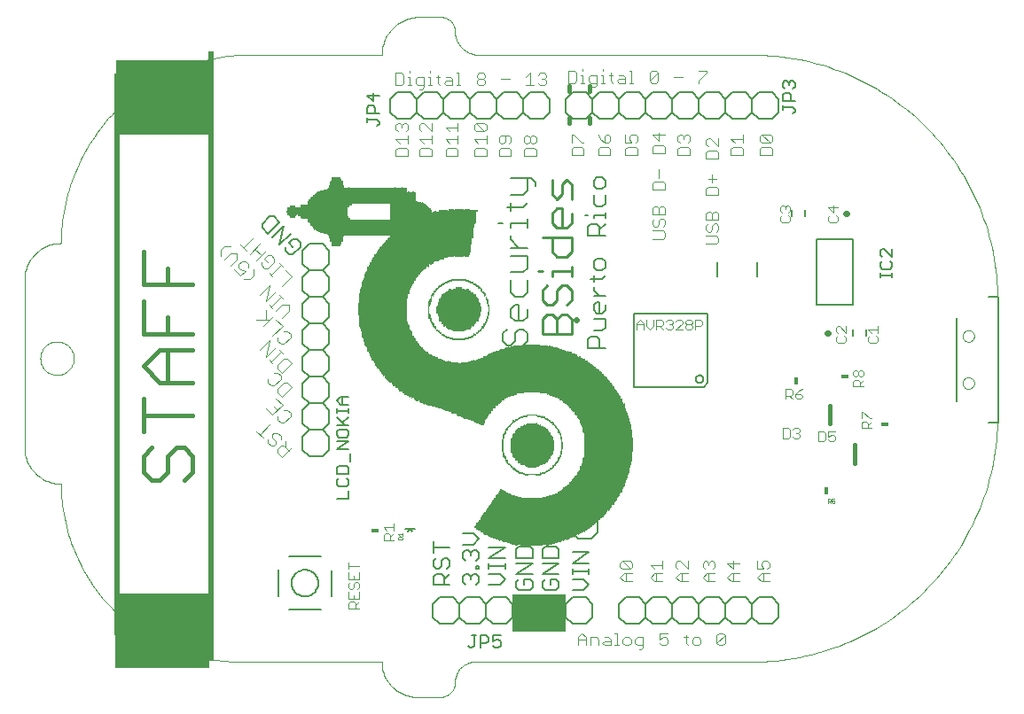
<source format=gto>
G75*
%MOIN*%
%OFA0B0*%
%FSLAX24Y24*%
%IPPOS*%
%LPD*%
%AMOC8*
5,1,8,0,0,1.08239X$1,22.5*
%
%ADD10C,0.0000*%
%ADD11C,0.0050*%
%ADD12C,0.0040*%
%ADD13C,0.0080*%
%ADD14C,0.0090*%
%ADD15C,0.0060*%
%ADD16C,0.0160*%
%ADD17R,0.2018X0.1427*%
%ADD18R,0.0246X2.2982*%
%ADD19R,0.0246X2.1161*%
%ADD20R,0.3543X0.2805*%
%ADD21C,0.0030*%
%ADD22C,0.0010*%
%ADD23R,0.0180X0.0300*%
%ADD24R,0.0300X0.0180*%
%ADD25C,0.0220*%
%ADD26R,0.0020X0.0520*%
%ADD27R,0.0020X0.1220*%
%ADD28R,0.0020X0.1360*%
%ADD29R,0.0020X0.1520*%
%ADD30R,0.0020X0.1620*%
%ADD31R,0.0020X0.1760*%
%ADD32R,0.0020X0.2060*%
%ADD33R,0.0020X0.2180*%
%ADD34R,0.0020X0.2220*%
%ADD35R,0.0020X0.2360*%
%ADD36R,0.0020X0.2440*%
%ADD37R,0.0020X0.2620*%
%ADD38R,0.0020X0.2780*%
%ADD39R,0.0020X0.2800*%
%ADD40R,0.0020X0.2920*%
%ADD41R,0.0020X0.3120*%
%ADD42R,0.0020X0.3140*%
%ADD43R,0.0020X0.3180*%
%ADD44R,0.0020X0.3260*%
%ADD45R,0.0020X0.3300*%
%ADD46R,0.0020X0.3540*%
%ADD47R,0.0020X0.3580*%
%ADD48R,0.0020X0.3640*%
%ADD49R,0.0020X0.3660*%
%ADD50R,0.0020X0.3820*%
%ADD51R,0.0020X0.3900*%
%ADD52R,0.0020X0.3920*%
%ADD53R,0.0020X0.3960*%
%ADD54R,0.0020X0.4120*%
%ADD55R,0.0020X0.4220*%
%ADD56R,0.0020X0.4260*%
%ADD57R,0.0020X0.4280*%
%ADD58R,0.0020X0.4460*%
%ADD59R,0.0020X0.4480*%
%ADD60R,0.0020X0.4500*%
%ADD61R,0.0020X0.4540*%
%ADD62R,0.0020X0.4680*%
%ADD63R,0.0020X0.4700*%
%ADD64R,0.0020X0.4720*%
%ADD65R,0.0020X0.4760*%
%ADD66R,0.0020X0.4860*%
%ADD67R,0.0020X0.4880*%
%ADD68R,0.0020X0.4940*%
%ADD69R,0.0020X0.4960*%
%ADD70R,0.0020X0.5020*%
%ADD71R,0.0020X0.5080*%
%ADD72R,0.0020X0.5120*%
%ADD73R,0.0020X0.5140*%
%ADD74R,0.0020X0.5220*%
%ADD75R,0.0020X0.5260*%
%ADD76R,0.0020X0.5360*%
%ADD77R,0.0020X0.5380*%
%ADD78R,0.0020X0.5460*%
%ADD79R,0.0020X0.5500*%
%ADD80R,0.0020X0.5520*%
%ADD81R,0.0020X0.5560*%
%ADD82R,0.0020X0.5580*%
%ADD83R,0.0020X0.5640*%
%ADD84R,0.0020X0.5680*%
%ADD85R,0.0020X0.5740*%
%ADD86R,0.0020X0.5800*%
%ADD87R,0.0020X0.5820*%
%ADD88R,0.0020X0.5900*%
%ADD89R,0.0020X0.5960*%
%ADD90R,0.0020X0.5980*%
%ADD91R,0.0020X0.6000*%
%ADD92R,0.0020X0.6020*%
%ADD93R,0.0020X0.6140*%
%ADD94R,0.0020X0.6160*%
%ADD95R,0.0020X0.6220*%
%ADD96R,0.0020X0.6260*%
%ADD97R,0.0020X0.6280*%
%ADD98R,0.0020X0.6320*%
%ADD99R,0.0020X0.6360*%
%ADD100R,0.0020X0.6380*%
%ADD101R,0.0020X0.6420*%
%ADD102R,0.0020X0.2840*%
%ADD103R,0.0020X0.2760*%
%ADD104R,0.0020X0.2680*%
%ADD105R,0.0020X0.2640*%
%ADD106R,0.0020X0.2580*%
%ADD107R,0.0020X0.2600*%
%ADD108R,0.0020X0.2540*%
%ADD109R,0.0020X0.2560*%
%ADD110R,0.0020X0.2520*%
%ADD111R,0.0020X0.2500*%
%ADD112R,0.0020X0.2480*%
%ADD113R,0.0020X0.2460*%
%ADD114R,0.0020X0.2420*%
%ADD115R,0.0020X0.2400*%
%ADD116R,0.0020X0.2340*%
%ADD117R,0.0020X0.2260*%
%ADD118R,0.0020X0.2280*%
%ADD119R,0.0020X0.2300*%
%ADD120R,0.0020X0.2240*%
%ADD121R,0.0020X0.2200*%
%ADD122R,0.0020X0.2160*%
%ADD123R,0.0020X0.2140*%
%ADD124R,0.0020X0.2100*%
%ADD125R,0.0020X0.2120*%
%ADD126R,0.0020X0.2080*%
%ADD127R,0.0020X0.2040*%
%ADD128R,0.0020X0.2020*%
%ADD129R,0.0020X0.2000*%
%ADD130R,0.0020X0.1980*%
%ADD131R,0.0020X0.1960*%
%ADD132R,0.0020X0.0260*%
%ADD133R,0.0020X0.1940*%
%ADD134R,0.0020X0.0620*%
%ADD135R,0.0020X0.0680*%
%ADD136R,0.0020X0.0180*%
%ADD137R,0.0020X0.0200*%
%ADD138R,0.0020X0.0120*%
%ADD139R,0.0020X0.0140*%
%ADD140R,0.0020X0.1920*%
%ADD141R,0.0020X0.1900*%
%ADD142R,0.0020X0.0100*%
%ADD143R,0.0020X0.1880*%
%ADD144R,0.0020X0.1860*%
%ADD145R,0.0020X0.0080*%
%ADD146R,0.0020X0.0060*%
%ADD147R,0.0020X0.0380*%
%ADD148R,0.0020X0.0420*%
%ADD149R,0.0020X0.0760*%
%ADD150R,0.0020X0.0780*%
%ADD151R,0.0020X0.0800*%
%ADD152R,0.0020X0.0920*%
%ADD153R,0.0020X0.1000*%
%ADD154R,0.0020X0.1840*%
%ADD155R,0.0020X0.0040*%
%ADD156R,0.0020X0.1020*%
%ADD157R,0.0020X0.1100*%
%ADD158R,0.0020X0.1820*%
%ADD159R,0.0020X0.1120*%
%ADD160R,0.0020X0.1180*%
%ADD161R,0.0020X0.1240*%
%ADD162R,0.0020X0.1260*%
%ADD163R,0.0020X0.1800*%
%ADD164R,0.0020X0.1300*%
%ADD165R,0.0020X0.1320*%
%ADD166R,0.0020X0.0020*%
%ADD167R,0.0020X0.1780*%
%ADD168R,0.0020X0.1380*%
%ADD169R,0.0020X0.1400*%
%ADD170R,0.0020X0.1420*%
%ADD171R,0.0020X0.1480*%
%ADD172R,0.0020X0.1500*%
%ADD173R,0.0020X0.1540*%
%ADD174R,0.0020X0.1580*%
%ADD175R,0.0020X0.1640*%
%ADD176R,0.0020X0.1660*%
%ADD177R,0.0020X0.1680*%
%ADD178R,0.0020X0.1600*%
%ADD179R,0.0020X0.1460*%
%ADD180R,0.0020X0.1440*%
%ADD181R,0.0020X0.1340*%
%ADD182R,0.0020X0.1200*%
%ADD183R,0.0020X0.1160*%
%ADD184R,0.0020X0.0860*%
%ADD185R,0.0020X0.0560*%
%ADD186R,0.0020X0.0500*%
%ADD187R,0.0020X0.0460*%
%ADD188R,0.0020X0.0320*%
%ADD189R,0.0020X0.1700*%
%ADD190R,0.0020X0.1560*%
%ADD191R,0.0020X0.1140*%
%ADD192R,0.0020X0.0240*%
%ADD193R,0.0020X0.1040*%
%ADD194R,0.0020X0.2320*%
%ADD195R,0.0020X0.0280*%
%ADD196R,0.0020X0.0960*%
%ADD197R,0.0020X0.0160*%
%ADD198R,0.0020X0.0940*%
%ADD199R,0.0020X0.0840*%
%ADD200R,0.0020X0.0820*%
%ADD201R,0.0020X0.0660*%
%ADD202R,0.0020X0.0580*%
%ADD203R,0.0020X0.0400*%
%ADD204R,0.0020X0.0360*%
%ADD205R,0.0020X0.2380*%
%ADD206R,0.0020X0.0900*%
%ADD207R,0.0020X0.1080*%
%ADD208R,0.0020X0.0640*%
%ADD209R,0.0020X0.1280*%
%ADD210R,0.0020X0.1720*%
%ADD211R,0.0020X0.1060*%
%ADD212R,0.0020X0.0880*%
%ADD213R,0.0020X0.0720*%
%ADD214R,0.0020X0.0300*%
%ADD215R,0.0020X0.0220*%
%ADD216R,0.0020X0.2700*%
%ADD217R,0.0020X0.2720*%
%ADD218R,0.0020X0.2820*%
%ADD219R,0.0020X0.2900*%
%ADD220R,0.0020X0.3320*%
%ADD221R,0.0020X0.3340*%
%ADD222R,0.0020X0.3440*%
%ADD223R,0.0020X0.3480*%
%ADD224R,0.0020X0.3560*%
%ADD225R,0.0020X0.3600*%
%ADD226R,0.0020X0.3720*%
%ADD227R,0.0020X0.3840*%
%ADD228R,0.0020X0.3940*%
%ADD229R,0.0020X0.4000*%
%ADD230R,0.0020X0.3060*%
%ADD231R,0.0020X0.4440*%
%ADD232R,0.0020X0.7780*%
%ADD233R,0.0020X0.7740*%
%ADD234R,0.0020X0.7720*%
%ADD235R,0.0020X0.7700*%
%ADD236R,0.0020X0.7640*%
%ADD237R,0.0020X0.7600*%
%ADD238R,0.0020X0.7580*%
%ADD239R,0.0020X0.7560*%
%ADD240R,0.0020X0.7540*%
%ADD241R,0.0020X0.7520*%
%ADD242R,0.0020X0.7500*%
%ADD243R,0.0020X0.7460*%
%ADD244R,0.0020X0.7400*%
%ADD245R,0.0020X0.7360*%
%ADD246R,0.0020X0.5400*%
%ADD247R,0.0020X0.5340*%
%ADD248R,0.0020X0.5320*%
%ADD249R,0.0020X0.5200*%
%ADD250R,0.0020X0.5180*%
%ADD251R,0.0020X0.5100*%
%ADD252R,0.0020X0.5000*%
%ADD253R,0.0020X0.4980*%
%ADD254R,0.0020X0.4900*%
%ADD255R,0.0020X0.4780*%
%ADD256R,0.0020X0.4660*%
%ADD257R,0.0020X0.4640*%
%ADD258R,0.0020X0.4520*%
%ADD259R,0.0020X0.4420*%
%ADD260R,0.0020X0.4300*%
%ADD261R,0.0020X0.4160*%
%ADD262R,0.0020X0.4100*%
%ADD263R,0.0020X0.3880*%
%ADD264R,0.0020X0.3780*%
%ADD265R,0.0020X0.3620*%
%ADD266R,0.0020X0.3520*%
%ADD267R,0.0020X0.3360*%
%ADD268R,0.0020X0.3220*%
%ADD269R,0.0020X0.3200*%
%ADD270R,0.0020X0.3080*%
%ADD271R,0.0020X0.2880*%
%ADD272R,0.0020X0.0480*%
%ADD273R,0.0020X0.0600*%
%ADD274R,0.0020X0.0700*%
%ADD275R,0.0020X0.0740*%
%ADD276R,0.0020X0.0540*%
%ADD277R,0.0020X0.0340*%
%ADD278R,0.0020X0.0440*%
D10*
X008171Y001568D02*
X013535Y001568D01*
X013537Y001496D01*
X013543Y001424D01*
X013553Y001353D01*
X013566Y001282D01*
X013583Y001212D01*
X013605Y001144D01*
X013629Y001076D01*
X013658Y001010D01*
X013690Y000945D01*
X013725Y000883D01*
X013764Y000822D01*
X013806Y000764D01*
X013851Y000708D01*
X013899Y000654D01*
X013950Y000603D01*
X014004Y000555D01*
X014060Y000510D01*
X014118Y000468D01*
X014179Y000429D01*
X014241Y000394D01*
X014306Y000362D01*
X014372Y000333D01*
X014440Y000309D01*
X014508Y000287D01*
X014578Y000270D01*
X014649Y000257D01*
X014720Y000247D01*
X014792Y000241D01*
X014864Y000239D01*
X015734Y000239D01*
X015780Y000241D01*
X015826Y000247D01*
X015871Y000256D01*
X015915Y000269D01*
X015958Y000286D01*
X015999Y000306D01*
X016039Y000330D01*
X016076Y000356D01*
X016111Y000386D01*
X016144Y000419D01*
X016174Y000454D01*
X016200Y000491D01*
X016224Y000531D01*
X016244Y000572D01*
X016261Y000615D01*
X016274Y000659D01*
X016283Y000704D01*
X016289Y000750D01*
X016291Y000796D01*
X016293Y000849D01*
X016298Y000901D01*
X016307Y000953D01*
X016320Y001004D01*
X016336Y001055D01*
X016355Y001104D01*
X016378Y001151D01*
X016403Y001197D01*
X016432Y001241D01*
X016464Y001283D01*
X016499Y001323D01*
X016536Y001360D01*
X016576Y001395D01*
X016618Y001427D01*
X016662Y001456D01*
X016708Y001481D01*
X016755Y001504D01*
X016804Y001523D01*
X016855Y001539D01*
X016906Y001552D01*
X016958Y001561D01*
X017010Y001566D01*
X017063Y001568D01*
X027463Y001568D01*
X027463Y001567D02*
X027686Y001570D01*
X027909Y001578D01*
X028132Y001592D01*
X028354Y001611D01*
X028576Y001636D01*
X028797Y001665D01*
X029017Y001700D01*
X029237Y001741D01*
X029455Y001787D01*
X029672Y001838D01*
X029888Y001894D01*
X030102Y001955D01*
X030315Y002022D01*
X030527Y002094D01*
X030736Y002170D01*
X030944Y002252D01*
X031149Y002339D01*
X031352Y002431D01*
X031554Y002528D01*
X031752Y002629D01*
X031948Y002735D01*
X032142Y002846D01*
X032333Y002962D01*
X032521Y003082D01*
X032706Y003207D01*
X032888Y003336D01*
X033066Y003470D01*
X033242Y003607D01*
X033414Y003749D01*
X033582Y003895D01*
X033747Y004046D01*
X033909Y004200D01*
X034066Y004358D01*
X034220Y004519D01*
X034370Y004685D01*
X034516Y004853D01*
X034657Y005026D01*
X034795Y005202D01*
X034928Y005381D01*
X035056Y005563D01*
X035181Y005748D01*
X035301Y005936D01*
X035416Y006127D01*
X035526Y006321D01*
X035632Y006518D01*
X035733Y006716D01*
X035829Y006918D01*
X035921Y007121D01*
X036007Y007327D01*
X036089Y007535D01*
X036165Y007744D01*
X036236Y007956D01*
X036302Y008169D01*
X036363Y008383D01*
X036419Y008599D01*
X036470Y008817D01*
X036515Y009035D01*
X036555Y009255D01*
X036590Y009475D01*
X036619Y009696D01*
X036643Y009918D01*
X036661Y010140D01*
X036675Y010363D01*
X036683Y010586D01*
X036685Y010809D01*
X036685Y015181D01*
X035373Y013822D02*
X035375Y013851D01*
X035381Y013879D01*
X035390Y013907D01*
X035403Y013933D01*
X035420Y013956D01*
X035439Y013978D01*
X035461Y013997D01*
X035486Y014012D01*
X035512Y014025D01*
X035540Y014033D01*
X035568Y014038D01*
X035597Y014039D01*
X035626Y014036D01*
X035654Y014029D01*
X035681Y014019D01*
X035707Y014005D01*
X035730Y013988D01*
X035751Y013968D01*
X035769Y013945D01*
X035784Y013920D01*
X035795Y013893D01*
X035803Y013865D01*
X035807Y013836D01*
X035807Y013808D01*
X035803Y013779D01*
X035795Y013751D01*
X035784Y013724D01*
X035769Y013699D01*
X035751Y013676D01*
X035730Y013656D01*
X035707Y013639D01*
X035681Y013625D01*
X035654Y013615D01*
X035626Y013608D01*
X035597Y013605D01*
X035568Y013606D01*
X035540Y013611D01*
X035512Y013619D01*
X035486Y013632D01*
X035461Y013647D01*
X035439Y013666D01*
X035420Y013688D01*
X035403Y013711D01*
X035390Y013737D01*
X035381Y013765D01*
X035375Y013793D01*
X035373Y013822D01*
X035373Y012050D02*
X035375Y012079D01*
X035381Y012107D01*
X035390Y012135D01*
X035403Y012161D01*
X035420Y012184D01*
X035439Y012206D01*
X035461Y012225D01*
X035486Y012240D01*
X035512Y012253D01*
X035540Y012261D01*
X035568Y012266D01*
X035597Y012267D01*
X035626Y012264D01*
X035654Y012257D01*
X035681Y012247D01*
X035707Y012233D01*
X035730Y012216D01*
X035751Y012196D01*
X035769Y012173D01*
X035784Y012148D01*
X035795Y012121D01*
X035803Y012093D01*
X035807Y012064D01*
X035807Y012036D01*
X035803Y012007D01*
X035795Y011979D01*
X035784Y011952D01*
X035769Y011927D01*
X035751Y011904D01*
X035730Y011884D01*
X035707Y011867D01*
X035681Y011853D01*
X035654Y011843D01*
X035626Y011836D01*
X035597Y011833D01*
X035568Y011834D01*
X035540Y011839D01*
X035512Y011847D01*
X035486Y011860D01*
X035461Y011875D01*
X035439Y011894D01*
X035420Y011916D01*
X035403Y011939D01*
X035390Y011965D01*
X035381Y011993D01*
X035375Y012021D01*
X035373Y012050D01*
X036685Y015181D02*
X036682Y015404D01*
X036674Y015627D01*
X036661Y015849D01*
X036642Y016071D01*
X036618Y016293D01*
X036588Y016513D01*
X036553Y016734D01*
X036513Y016953D01*
X036468Y017171D01*
X036417Y017388D01*
X036361Y017604D01*
X036300Y017818D01*
X036234Y018031D01*
X036162Y018242D01*
X036086Y018451D01*
X036004Y018659D01*
X035918Y018864D01*
X035826Y019067D01*
X035730Y019268D01*
X035629Y019467D01*
X035523Y019663D01*
X035412Y019856D01*
X035297Y020047D01*
X035177Y020235D01*
X035053Y020420D01*
X034924Y020602D01*
X034791Y020780D01*
X034653Y020956D01*
X034512Y021128D01*
X034366Y021296D01*
X034216Y021461D01*
X034062Y021623D01*
X033905Y021780D01*
X033743Y021934D01*
X033578Y022084D01*
X033410Y022230D01*
X033238Y022371D01*
X033062Y022509D01*
X032884Y022642D01*
X032702Y022771D01*
X032517Y022895D01*
X032329Y023015D01*
X032138Y023130D01*
X031945Y023241D01*
X031749Y023347D01*
X031550Y023448D01*
X031349Y023544D01*
X031146Y023636D01*
X030941Y023722D01*
X030733Y023804D01*
X030524Y023880D01*
X030313Y023952D01*
X030100Y024018D01*
X029886Y024079D01*
X029670Y024135D01*
X029453Y024186D01*
X029235Y024231D01*
X029016Y024271D01*
X028795Y024306D01*
X028575Y024336D01*
X028353Y024360D01*
X028131Y024379D01*
X027909Y024392D01*
X027686Y024400D01*
X027463Y024403D01*
X027463Y024402D02*
X017161Y024402D01*
X017161Y024403D02*
X017104Y024405D01*
X017047Y024410D01*
X016991Y024420D01*
X016936Y024433D01*
X016881Y024449D01*
X016828Y024469D01*
X016776Y024493D01*
X016726Y024520D01*
X016678Y024550D01*
X016631Y024583D01*
X016587Y024619D01*
X016546Y024658D01*
X016507Y024699D01*
X016471Y024743D01*
X016438Y024790D01*
X016408Y024838D01*
X016381Y024888D01*
X016357Y024940D01*
X016337Y024993D01*
X016321Y025048D01*
X016308Y025103D01*
X016298Y025159D01*
X016293Y025216D01*
X016291Y025273D01*
X016289Y025319D01*
X016283Y025365D01*
X016274Y025410D01*
X016261Y025454D01*
X016244Y025497D01*
X016224Y025538D01*
X016200Y025578D01*
X016174Y025615D01*
X016144Y025650D01*
X016111Y025683D01*
X016076Y025713D01*
X016039Y025739D01*
X015999Y025763D01*
X015958Y025783D01*
X015915Y025800D01*
X015871Y025813D01*
X015826Y025822D01*
X015780Y025828D01*
X015734Y025830D01*
X014962Y025830D01*
X014962Y025829D02*
X014887Y025827D01*
X014813Y025821D01*
X014739Y025811D01*
X014665Y025798D01*
X014593Y025780D01*
X014521Y025759D01*
X014451Y025734D01*
X014382Y025706D01*
X014314Y025673D01*
X014249Y025638D01*
X014185Y025599D01*
X014123Y025556D01*
X014064Y025511D01*
X014007Y025462D01*
X013953Y025411D01*
X013902Y025357D01*
X013853Y025300D01*
X013808Y025241D01*
X013765Y025179D01*
X013726Y025116D01*
X013691Y025050D01*
X013658Y024982D01*
X013630Y024913D01*
X013605Y024843D01*
X013584Y024771D01*
X013566Y024699D01*
X013553Y024625D01*
X013543Y024551D01*
X013537Y024477D01*
X013535Y024402D01*
X008565Y024402D01*
X008565Y024403D02*
X008394Y024401D01*
X008223Y024395D01*
X008052Y024384D01*
X007881Y024370D01*
X007711Y024351D01*
X007541Y024329D01*
X007372Y024302D01*
X007203Y024271D01*
X007036Y024236D01*
X006869Y024197D01*
X006703Y024154D01*
X006539Y024107D01*
X006375Y024056D01*
X006213Y024001D01*
X006052Y023942D01*
X005893Y023880D01*
X005735Y023813D01*
X005579Y023743D01*
X005424Y023669D01*
X005272Y023591D01*
X005121Y023510D01*
X004972Y023425D01*
X004826Y023336D01*
X004681Y023244D01*
X004539Y023148D01*
X004399Y023050D01*
X004262Y022947D01*
X004127Y022842D01*
X003995Y022733D01*
X003865Y022621D01*
X003739Y022506D01*
X003615Y022387D01*
X003494Y022266D01*
X003375Y022142D01*
X003260Y022016D01*
X003148Y021886D01*
X003039Y021754D01*
X002934Y021619D01*
X002831Y021482D01*
X002733Y021342D01*
X002637Y021200D01*
X002545Y021055D01*
X002456Y020909D01*
X002371Y020760D01*
X002290Y020609D01*
X002212Y020457D01*
X002138Y020302D01*
X002068Y020146D01*
X002001Y019988D01*
X001939Y019829D01*
X001880Y019668D01*
X001825Y019506D01*
X001774Y019342D01*
X001727Y019178D01*
X001684Y019012D01*
X001645Y018845D01*
X001610Y018678D01*
X001579Y018509D01*
X001552Y018340D01*
X001530Y018170D01*
X001511Y018000D01*
X001497Y017829D01*
X001486Y017658D01*
X001480Y017487D01*
X001478Y017316D01*
X001406Y017314D01*
X001334Y017308D01*
X001262Y017299D01*
X001191Y017286D01*
X001121Y017269D01*
X001052Y017249D01*
X000984Y017224D01*
X000918Y017197D01*
X000852Y017166D01*
X000789Y017131D01*
X000727Y017094D01*
X000668Y017053D01*
X000611Y017009D01*
X000556Y016962D01*
X000504Y016912D01*
X000454Y016860D01*
X000407Y016805D01*
X000363Y016748D01*
X000322Y016689D01*
X000285Y016627D01*
X000250Y016564D01*
X000219Y016498D01*
X000192Y016432D01*
X000167Y016364D01*
X000147Y016295D01*
X000130Y016225D01*
X000117Y016154D01*
X000108Y016082D01*
X000102Y016010D01*
X000100Y015938D01*
X000100Y009639D01*
X000102Y009567D01*
X000108Y009495D01*
X000117Y009423D01*
X000130Y009352D01*
X000147Y009282D01*
X000167Y009213D01*
X000192Y009145D01*
X000219Y009079D01*
X000250Y009013D01*
X000285Y008950D01*
X000322Y008888D01*
X000363Y008829D01*
X000407Y008772D01*
X000454Y008717D01*
X000504Y008665D01*
X000556Y008615D01*
X000611Y008568D01*
X000668Y008524D01*
X000727Y008483D01*
X000789Y008446D01*
X000852Y008411D01*
X000918Y008380D01*
X000984Y008353D01*
X001052Y008328D01*
X001121Y008308D01*
X001191Y008291D01*
X001262Y008278D01*
X001334Y008269D01*
X001406Y008263D01*
X001478Y008261D01*
X001480Y008099D01*
X001486Y007938D01*
X001496Y007776D01*
X001509Y007615D01*
X001527Y007454D01*
X001548Y007294D01*
X001574Y007134D01*
X001603Y006975D01*
X001636Y006817D01*
X001672Y006659D01*
X001713Y006503D01*
X001757Y006347D01*
X001806Y006193D01*
X001857Y006040D01*
X001913Y005888D01*
X001972Y005737D01*
X002035Y005588D01*
X002101Y005441D01*
X002171Y005295D01*
X002245Y005151D01*
X002322Y005008D01*
X002402Y004868D01*
X002486Y004730D01*
X002573Y004593D01*
X002663Y004459D01*
X002756Y004327D01*
X002853Y004197D01*
X002953Y004070D01*
X003055Y003945D01*
X003161Y003823D01*
X003270Y003703D01*
X003381Y003586D01*
X003496Y003471D01*
X003613Y003360D01*
X003733Y003251D01*
X003855Y003145D01*
X003980Y003043D01*
X004107Y002943D01*
X004237Y002846D01*
X004369Y002753D01*
X004503Y002663D01*
X004640Y002576D01*
X004778Y002492D01*
X004918Y002412D01*
X005061Y002335D01*
X005205Y002261D01*
X005351Y002191D01*
X005498Y002125D01*
X005647Y002062D01*
X005798Y002003D01*
X005950Y001947D01*
X006103Y001896D01*
X006257Y001847D01*
X006413Y001803D01*
X006569Y001762D01*
X006727Y001726D01*
X006885Y001693D01*
X007044Y001664D01*
X007204Y001638D01*
X007364Y001617D01*
X007525Y001599D01*
X007686Y001586D01*
X007848Y001576D01*
X008009Y001570D01*
X008171Y001568D01*
X000698Y012985D02*
X000700Y013035D01*
X000706Y013085D01*
X000716Y013134D01*
X000730Y013182D01*
X000747Y013229D01*
X000768Y013274D01*
X000793Y013318D01*
X000821Y013359D01*
X000853Y013398D01*
X000887Y013435D01*
X000924Y013469D01*
X000964Y013499D01*
X001006Y013526D01*
X001050Y013550D01*
X001096Y013571D01*
X001143Y013587D01*
X001191Y013600D01*
X001241Y013609D01*
X001290Y013614D01*
X001341Y013615D01*
X001391Y013612D01*
X001440Y013605D01*
X001489Y013594D01*
X001537Y013579D01*
X001583Y013561D01*
X001628Y013539D01*
X001671Y013513D01*
X001712Y013484D01*
X001751Y013452D01*
X001787Y013417D01*
X001819Y013379D01*
X001849Y013339D01*
X001876Y013296D01*
X001899Y013252D01*
X001918Y013206D01*
X001934Y013158D01*
X001946Y013109D01*
X001954Y013060D01*
X001958Y013010D01*
X001958Y012960D01*
X001954Y012910D01*
X001946Y012861D01*
X001934Y012812D01*
X001918Y012764D01*
X001899Y012718D01*
X001876Y012674D01*
X001849Y012631D01*
X001819Y012591D01*
X001787Y012553D01*
X001751Y012518D01*
X001712Y012486D01*
X001671Y012457D01*
X001628Y012431D01*
X001583Y012409D01*
X001537Y012391D01*
X001489Y012376D01*
X001440Y012365D01*
X001391Y012358D01*
X001341Y012355D01*
X001290Y012356D01*
X001241Y012361D01*
X001191Y012370D01*
X001143Y012383D01*
X001096Y012399D01*
X001050Y012420D01*
X001006Y012444D01*
X000964Y012471D01*
X000924Y012501D01*
X000887Y012535D01*
X000853Y012572D01*
X000821Y012611D01*
X000793Y012652D01*
X000768Y012696D01*
X000747Y012741D01*
X000730Y012788D01*
X000716Y012836D01*
X000706Y012885D01*
X000700Y012935D01*
X000698Y012985D01*
D11*
X009044Y017896D02*
X009044Y018039D01*
X009332Y018327D01*
X009476Y018327D01*
X009691Y018111D01*
X009260Y017680D01*
X009044Y017896D01*
X009402Y017538D02*
X009833Y017969D01*
X009689Y017250D01*
X010121Y017682D01*
X010191Y017468D02*
X010047Y017324D01*
X010191Y017180D01*
X009903Y017180D02*
X009903Y017036D01*
X010047Y016892D01*
X010191Y016892D01*
X010479Y017180D01*
X010479Y017324D01*
X010335Y017468D01*
X010191Y017468D01*
X013362Y021728D02*
X013437Y021803D01*
X013437Y021878D01*
X013362Y021953D01*
X012986Y021953D01*
X012986Y021878D02*
X012986Y022028D01*
X012986Y022188D02*
X012986Y022414D01*
X013061Y022489D01*
X013211Y022489D01*
X013286Y022414D01*
X013286Y022188D01*
X013437Y022188D02*
X012986Y022188D01*
X013211Y022649D02*
X013211Y022949D01*
X012986Y022874D02*
X013211Y022649D01*
X013437Y022874D02*
X012986Y022874D01*
X028616Y022884D02*
X028691Y022959D01*
X028841Y022959D01*
X028916Y022884D01*
X028916Y022658D01*
X029067Y022658D02*
X028616Y022658D01*
X028616Y022884D01*
X028691Y023119D02*
X028616Y023194D01*
X028616Y023344D01*
X028691Y023419D01*
X028766Y023419D01*
X028841Y023344D01*
X028916Y023419D01*
X028992Y023419D01*
X029067Y023344D01*
X029067Y023194D01*
X028992Y023119D01*
X028841Y023269D02*
X028841Y023344D01*
X028616Y022498D02*
X028616Y022348D01*
X028616Y022423D02*
X028992Y022423D01*
X029067Y022348D01*
X029067Y022273D01*
X028992Y022198D01*
X032351Y017106D02*
X032276Y017031D01*
X032276Y016881D01*
X032351Y016806D01*
X032351Y016646D02*
X032276Y016571D01*
X032276Y016421D01*
X032351Y016346D01*
X032652Y016346D01*
X032727Y016421D01*
X032727Y016571D01*
X032652Y016646D01*
X032727Y016806D02*
X032426Y017106D01*
X032351Y017106D01*
X032727Y017106D02*
X032727Y016806D01*
X032727Y016189D02*
X032727Y016039D01*
X032727Y016114D02*
X032276Y016114D01*
X032276Y016039D02*
X032276Y016189D01*
X020418Y007402D02*
X020418Y007102D01*
X020118Y007402D01*
X020043Y007402D01*
X019968Y007327D01*
X019968Y007177D01*
X020043Y007102D01*
X020043Y006942D02*
X020193Y006942D01*
X020268Y006866D01*
X020268Y006641D01*
X020418Y006641D02*
X019968Y006641D01*
X019968Y006866D01*
X020043Y006942D01*
X019968Y006481D02*
X019968Y006331D01*
X019968Y006406D02*
X020343Y006406D01*
X020418Y006331D01*
X020418Y006256D01*
X020343Y006181D01*
X020092Y005886D02*
X019685Y005886D01*
X019583Y005785D01*
X019583Y005479D01*
X020193Y005479D01*
X020193Y005785D01*
X020092Y005886D01*
X020711Y005684D02*
X021322Y005684D01*
X020711Y005277D01*
X021322Y005277D01*
X021322Y005075D02*
X021322Y004872D01*
X021322Y004973D02*
X020711Y004973D01*
X020711Y004872D02*
X020711Y005075D01*
X020193Y004872D02*
X019583Y004872D01*
X020193Y005279D01*
X019583Y005279D01*
X019203Y005279D02*
X018593Y005279D01*
X018593Y005479D02*
X018593Y005785D01*
X018695Y005886D01*
X019102Y005886D01*
X019203Y005785D01*
X019203Y005479D01*
X018593Y005479D01*
X018172Y005474D02*
X017561Y005474D01*
X018172Y005881D01*
X017561Y005881D01*
X017199Y005678D02*
X017199Y005474D01*
X017097Y005372D01*
X017097Y005170D02*
X017199Y005170D01*
X017199Y005068D01*
X017097Y005068D01*
X017097Y005170D01*
X017097Y004868D02*
X016996Y004868D01*
X016894Y004766D01*
X016894Y004664D01*
X016894Y004766D02*
X016792Y004868D01*
X016690Y004868D01*
X016589Y004766D01*
X016589Y004563D01*
X016690Y004461D01*
X017097Y004461D02*
X017199Y004563D01*
X017199Y004766D01*
X017097Y004868D01*
X017561Y004868D02*
X017968Y004868D01*
X018172Y004664D01*
X017968Y004461D01*
X017561Y004461D01*
X017561Y005068D02*
X017561Y005272D01*
X017561Y005170D02*
X018172Y005170D01*
X018172Y005068D02*
X018172Y005272D01*
X018593Y004872D02*
X019203Y005279D01*
X019203Y004872D02*
X018593Y004872D01*
X018695Y004671D02*
X018593Y004569D01*
X018593Y004366D01*
X018695Y004264D01*
X019102Y004264D01*
X019203Y004366D01*
X019203Y004569D01*
X019102Y004671D01*
X018898Y004671D01*
X018898Y004467D01*
X019583Y004366D02*
X019685Y004264D01*
X020092Y004264D01*
X020193Y004366D01*
X020193Y004569D01*
X020092Y004671D01*
X019888Y004671D01*
X019888Y004467D01*
X019685Y004671D02*
X019583Y004569D01*
X019583Y004366D01*
X020711Y004264D02*
X021118Y004264D01*
X021322Y004467D01*
X021118Y004671D01*
X020711Y004671D01*
X018000Y002552D02*
X017700Y002552D01*
X017700Y002326D01*
X017850Y002401D01*
X017925Y002401D01*
X018000Y002326D01*
X018000Y002176D01*
X017925Y002101D01*
X017775Y002101D01*
X017700Y002176D01*
X017540Y002326D02*
X017465Y002251D01*
X017239Y002251D01*
X017239Y002101D02*
X017239Y002552D01*
X017465Y002552D01*
X017540Y002476D01*
X017540Y002326D01*
X017079Y002552D02*
X016929Y002552D01*
X017004Y002552D02*
X017004Y002176D01*
X016929Y002101D01*
X016854Y002101D01*
X016779Y002176D01*
X016085Y004461D02*
X015475Y004461D01*
X015475Y004766D01*
X015577Y004868D01*
X015780Y004868D01*
X015882Y004766D01*
X015882Y004461D01*
X015882Y004664D02*
X016085Y004868D01*
X015984Y005068D02*
X016085Y005170D01*
X016085Y005374D01*
X015984Y005475D01*
X015882Y005475D01*
X015780Y005374D01*
X015780Y005170D01*
X015678Y005068D01*
X015577Y005068D01*
X015475Y005170D01*
X015475Y005374D01*
X015577Y005475D01*
X015475Y005676D02*
X015475Y006083D01*
X015475Y005880D02*
X016085Y005880D01*
X016589Y005980D02*
X016996Y005980D01*
X017199Y006184D01*
X016996Y006387D01*
X016589Y006387D01*
X016690Y005779D02*
X016792Y005779D01*
X016894Y005678D01*
X016996Y005779D01*
X017097Y005779D01*
X017199Y005678D01*
X016894Y005678D02*
X016894Y005576D01*
X016690Y005779D02*
X016589Y005678D01*
X016589Y005474D01*
X016690Y005372D01*
X012288Y007712D02*
X012288Y008012D01*
X012213Y008172D02*
X011912Y008172D01*
X011837Y008247D01*
X011837Y008397D01*
X011912Y008472D01*
X011837Y008632D02*
X011837Y008858D01*
X011912Y008933D01*
X012213Y008933D01*
X012288Y008858D01*
X012288Y008632D01*
X011837Y008632D01*
X012213Y008472D02*
X012288Y008397D01*
X012288Y008247D01*
X012213Y008172D01*
X012288Y007712D02*
X011837Y007712D01*
X012363Y009093D02*
X012363Y009393D01*
X012288Y009553D02*
X011837Y009553D01*
X012288Y009853D01*
X011837Y009853D01*
X011912Y010014D02*
X012213Y010014D01*
X012288Y010089D01*
X012288Y010239D01*
X012213Y010314D01*
X011912Y010314D01*
X011837Y010239D01*
X011837Y010089D01*
X011912Y010014D01*
X011837Y010474D02*
X012288Y010474D01*
X012138Y010474D02*
X011837Y010774D01*
X011837Y010934D02*
X011837Y011084D01*
X011837Y011009D02*
X012288Y011009D01*
X012288Y010934D02*
X012288Y011084D01*
X012288Y011241D02*
X011987Y011241D01*
X011837Y011391D01*
X011987Y011542D01*
X012288Y011542D01*
X012062Y011542D02*
X012062Y011241D01*
X012288Y010774D02*
X012062Y010549D01*
D12*
X010103Y010797D02*
X009858Y010552D01*
X009735Y010552D01*
X009612Y010674D01*
X009612Y010797D01*
X009432Y010855D02*
X009800Y011223D01*
X009554Y011468D01*
X009796Y011530D02*
X009612Y011714D01*
X009612Y011837D01*
X009858Y012082D01*
X009980Y012082D01*
X010164Y011898D01*
X009796Y011530D01*
X009493Y011956D02*
X009370Y011956D01*
X009248Y012079D01*
X009248Y012202D01*
X009493Y012447D02*
X009616Y012447D01*
X009738Y012324D01*
X009738Y012202D01*
X009493Y011956D01*
X009796Y012430D02*
X009612Y012614D01*
X009612Y012737D01*
X009858Y012982D01*
X009980Y012982D01*
X010164Y012798D01*
X009796Y012430D01*
X009432Y012795D02*
X009309Y012918D01*
X009370Y012856D02*
X009738Y013224D01*
X009800Y013163D02*
X009677Y013286D01*
X009557Y013406D02*
X009189Y013038D01*
X009311Y013651D01*
X008943Y013283D01*
X009432Y013825D02*
X009800Y014193D01*
X009554Y014438D01*
X009435Y014557D02*
X009067Y014189D01*
X009190Y014435D02*
X009190Y014803D01*
X009370Y014936D02*
X009738Y015304D01*
X009800Y015243D02*
X009677Y015366D01*
X009557Y015486D02*
X009189Y015118D01*
X009311Y015731D01*
X008943Y015363D01*
X009309Y014998D02*
X009432Y014875D01*
X009551Y014756D02*
X009796Y015001D01*
X010042Y015001D01*
X010042Y014756D01*
X009796Y014510D01*
X009312Y014435D02*
X008822Y014435D01*
X009612Y013767D02*
X009612Y013644D01*
X009735Y013522D01*
X009858Y013522D01*
X010103Y013767D01*
X010103Y013890D01*
X009980Y014012D01*
X009858Y014012D01*
X009796Y015697D02*
X010164Y016065D01*
X009919Y016310D01*
X009800Y016430D02*
X009677Y016552D01*
X009738Y016491D02*
X009370Y016123D01*
X009432Y016062D02*
X009309Y016184D01*
X009250Y016366D02*
X009495Y016611D01*
X009495Y016734D01*
X009373Y016857D01*
X009250Y016857D01*
X009127Y016734D01*
X009250Y016611D01*
X009250Y016366D02*
X009127Y016366D01*
X009005Y016489D01*
X009005Y016611D01*
X008824Y016669D02*
X009192Y017037D01*
X009008Y016853D02*
X008763Y017099D01*
X008579Y016915D02*
X008947Y017283D01*
X008705Y017525D02*
X008337Y017157D01*
X008459Y017034D02*
X008214Y017279D01*
X008097Y016946D02*
X007852Y016946D01*
X007606Y016700D01*
X007487Y016819D02*
X007487Y017065D01*
X007610Y017187D01*
X007855Y017187D01*
X008097Y016946D02*
X008097Y016700D01*
X007852Y016455D01*
X007971Y016336D02*
X008216Y016090D01*
X008400Y016274D01*
X008216Y016336D01*
X008155Y016397D01*
X008155Y016520D01*
X008278Y016642D01*
X008400Y016642D01*
X008523Y016520D01*
X008523Y016397D01*
X008705Y016338D02*
X008705Y016093D01*
X008582Y015970D01*
X008337Y015970D01*
X014065Y020606D02*
X014065Y020837D01*
X014142Y020913D01*
X014449Y020913D01*
X014525Y020837D01*
X014525Y020606D01*
X014065Y020606D01*
X014218Y021067D02*
X014065Y021220D01*
X014525Y021220D01*
X014525Y021067D02*
X014525Y021374D01*
X014449Y021527D02*
X014525Y021604D01*
X014525Y021757D01*
X014449Y021834D01*
X014372Y021834D01*
X014295Y021757D01*
X014295Y021681D01*
X014295Y021757D02*
X014218Y021834D01*
X014142Y021834D01*
X014065Y021757D01*
X014065Y021604D01*
X014142Y021527D01*
X014948Y021604D02*
X015025Y021527D01*
X014948Y021604D02*
X014948Y021757D01*
X015025Y021834D01*
X015101Y021834D01*
X015408Y021527D01*
X015408Y021834D01*
X015408Y021374D02*
X015408Y021067D01*
X015408Y021220D02*
X014948Y021220D01*
X015101Y021067D01*
X015025Y020913D02*
X014948Y020837D01*
X014948Y020606D01*
X015408Y020606D01*
X015408Y020837D01*
X015332Y020913D01*
X015025Y020913D01*
X015938Y020837D02*
X015938Y020606D01*
X016398Y020606D01*
X016398Y020837D01*
X016322Y020913D01*
X016015Y020913D01*
X015938Y020837D01*
X016091Y021067D02*
X015938Y021220D01*
X016398Y021220D01*
X016398Y021067D02*
X016398Y021374D01*
X016398Y021527D02*
X016398Y021834D01*
X016398Y021681D02*
X015938Y021681D01*
X016091Y021527D01*
X017008Y021604D02*
X017008Y021757D01*
X017085Y021834D01*
X017392Y021527D01*
X017468Y021604D01*
X017468Y021757D01*
X017392Y021834D01*
X017085Y021834D01*
X017008Y021604D02*
X017085Y021527D01*
X017392Y021527D01*
X017468Y021374D02*
X017468Y021067D01*
X017468Y021220D02*
X017008Y021220D01*
X017161Y021067D01*
X017085Y020913D02*
X017008Y020837D01*
X017008Y020606D01*
X017468Y020606D01*
X017468Y020837D01*
X017392Y020913D01*
X017085Y020913D01*
X017938Y020837D02*
X017938Y020606D01*
X018398Y020606D01*
X018398Y020837D01*
X018322Y020913D01*
X018015Y020913D01*
X017938Y020837D01*
X018015Y021067D02*
X018091Y021067D01*
X018168Y021144D01*
X018168Y021374D01*
X018015Y021374D02*
X017938Y021297D01*
X017938Y021144D01*
X018015Y021067D01*
X018322Y021067D02*
X018398Y021144D01*
X018398Y021297D01*
X018322Y021374D01*
X018015Y021374D01*
X018878Y021297D02*
X018955Y021374D01*
X019031Y021374D01*
X019108Y021297D01*
X019108Y021144D01*
X019031Y021067D01*
X018955Y021067D01*
X018878Y021144D01*
X018878Y021297D01*
X019108Y021297D02*
X019185Y021374D01*
X019262Y021374D01*
X019338Y021297D01*
X019338Y021144D01*
X019262Y021067D01*
X019185Y021067D01*
X019108Y021144D01*
X018955Y020913D02*
X018878Y020837D01*
X018878Y020606D01*
X019338Y020606D01*
X019338Y020837D01*
X019262Y020913D01*
X018955Y020913D01*
X020671Y020859D02*
X020671Y020629D01*
X021132Y020629D01*
X021132Y020859D01*
X021055Y020936D01*
X020748Y020936D01*
X020671Y020859D01*
X020671Y021089D02*
X020671Y021396D01*
X020748Y021396D01*
X021055Y021089D01*
X021132Y021089D01*
X021671Y020859D02*
X021671Y020629D01*
X022132Y020629D01*
X022132Y020859D01*
X022055Y020936D01*
X021748Y020936D01*
X021671Y020859D01*
X021901Y021089D02*
X021748Y021243D01*
X021671Y021396D01*
X021901Y021320D02*
X021901Y021089D01*
X022055Y021089D01*
X022132Y021166D01*
X022132Y021320D01*
X022055Y021396D01*
X021978Y021396D01*
X021901Y021320D01*
X022691Y021396D02*
X022691Y021089D01*
X022921Y021089D01*
X022845Y021243D01*
X022845Y021320D01*
X022921Y021396D01*
X023075Y021396D01*
X023152Y021320D01*
X023152Y021166D01*
X023075Y021089D01*
X023075Y020936D02*
X022768Y020936D01*
X022691Y020859D01*
X022691Y020629D01*
X023152Y020629D01*
X023152Y020859D01*
X023075Y020936D01*
X023721Y020932D02*
X023721Y020702D01*
X024182Y020702D01*
X024182Y020932D01*
X024105Y021009D01*
X023798Y021009D01*
X023721Y020932D01*
X023951Y021163D02*
X023951Y021469D01*
X023721Y021393D02*
X024182Y021393D01*
X023951Y021163D02*
X023721Y021393D01*
X024661Y021320D02*
X024738Y021396D01*
X024815Y021396D01*
X024891Y021320D01*
X024968Y021396D01*
X025045Y021396D01*
X025122Y021320D01*
X025122Y021166D01*
X025045Y021089D01*
X025045Y020936D02*
X024738Y020936D01*
X024661Y020859D01*
X024661Y020629D01*
X025122Y020629D01*
X025122Y020859D01*
X025045Y020936D01*
X024891Y021243D02*
X024891Y021320D01*
X024661Y021320D02*
X024661Y021166D01*
X024738Y021089D01*
X025731Y021042D02*
X025808Y020966D01*
X025731Y021042D02*
X025731Y021196D01*
X025808Y021273D01*
X025885Y021273D01*
X026192Y020966D01*
X026192Y021273D01*
X026115Y020812D02*
X025808Y020812D01*
X025731Y020735D01*
X025731Y020505D01*
X026192Y020505D01*
X026192Y020735D01*
X026115Y020812D01*
X026661Y020859D02*
X026661Y020629D01*
X027122Y020629D01*
X027122Y020859D01*
X027045Y020936D01*
X026738Y020936D01*
X026661Y020859D01*
X026815Y021089D02*
X026661Y021243D01*
X027122Y021243D01*
X027122Y021396D02*
X027122Y021089D01*
X027751Y021166D02*
X027751Y021320D01*
X027828Y021396D01*
X028135Y021089D01*
X028212Y021166D01*
X028212Y021320D01*
X028135Y021396D01*
X027828Y021396D01*
X027751Y021166D02*
X027828Y021089D01*
X028135Y021089D01*
X028135Y020936D02*
X027828Y020936D01*
X027751Y020859D01*
X027751Y020629D01*
X028212Y020629D01*
X028212Y020859D01*
X028135Y020936D01*
X026115Y019738D02*
X025808Y019738D01*
X025961Y019891D02*
X025961Y019584D01*
X025808Y019431D02*
X025731Y019354D01*
X025731Y019124D01*
X026192Y019124D01*
X026192Y019354D01*
X026115Y019431D01*
X025808Y019431D01*
X025808Y018510D02*
X025885Y018510D01*
X025961Y018434D01*
X025961Y018203D01*
X026038Y018050D02*
X026115Y018050D01*
X026192Y017973D01*
X026192Y017820D01*
X026115Y017743D01*
X026115Y017589D02*
X025731Y017589D01*
X025808Y017743D02*
X025885Y017743D01*
X025961Y017820D01*
X025961Y017973D01*
X026038Y018050D01*
X026192Y018203D02*
X025731Y018203D01*
X025731Y018434D01*
X025808Y018510D01*
X025961Y018434D02*
X026038Y018510D01*
X026115Y018510D01*
X026192Y018434D01*
X026192Y018203D01*
X025808Y018050D02*
X025731Y017973D01*
X025731Y017820D01*
X025808Y017743D01*
X026115Y017589D02*
X026192Y017513D01*
X026192Y017359D01*
X026115Y017283D01*
X025731Y017283D01*
X024182Y017556D02*
X024182Y017710D01*
X024105Y017786D01*
X023721Y017786D01*
X023798Y017940D02*
X023875Y017940D01*
X023951Y018016D01*
X023951Y018170D01*
X024028Y018247D01*
X024105Y018247D01*
X024182Y018170D01*
X024182Y018016D01*
X024105Y017940D01*
X023798Y017940D02*
X023721Y018016D01*
X023721Y018170D01*
X023798Y018247D01*
X023721Y018400D02*
X023721Y018630D01*
X023798Y018707D01*
X023875Y018707D01*
X023951Y018630D01*
X023951Y018400D01*
X023721Y018400D02*
X024182Y018400D01*
X024182Y018630D01*
X024105Y018707D01*
X024028Y018707D01*
X023951Y018630D01*
X023721Y019321D02*
X023721Y019551D01*
X023798Y019628D01*
X024105Y019628D01*
X024182Y019551D01*
X024182Y019321D01*
X023721Y019321D01*
X023951Y019781D02*
X023951Y020088D01*
X024182Y017556D02*
X024105Y017479D01*
X023721Y017479D01*
X015114Y023186D02*
X015037Y023110D01*
X014961Y023110D01*
X015114Y023186D02*
X015114Y023570D01*
X014884Y023570D01*
X014807Y023493D01*
X014807Y023340D01*
X014884Y023263D01*
X015114Y023263D01*
X015268Y023263D02*
X015421Y023263D01*
X015344Y023263D02*
X015344Y023570D01*
X015268Y023570D01*
X015344Y023723D02*
X015344Y023800D01*
X015575Y023570D02*
X015728Y023570D01*
X015651Y023647D02*
X015651Y023340D01*
X015728Y023263D01*
X015881Y023340D02*
X015958Y023416D01*
X016188Y023416D01*
X016188Y023493D02*
X016188Y023263D01*
X015958Y023263D01*
X015881Y023340D01*
X015958Y023570D02*
X016112Y023570D01*
X016188Y023493D01*
X016342Y023263D02*
X016495Y023263D01*
X016419Y023263D02*
X016419Y023723D01*
X016342Y023723D01*
X017109Y023647D02*
X017109Y023570D01*
X017186Y023493D01*
X017339Y023493D01*
X017416Y023416D01*
X017416Y023340D01*
X017339Y023263D01*
X017186Y023263D01*
X017109Y023340D01*
X017109Y023416D01*
X017186Y023493D01*
X017339Y023493D02*
X017416Y023570D01*
X017416Y023647D01*
X017339Y023723D01*
X017186Y023723D01*
X017109Y023647D01*
X018030Y023493D02*
X018337Y023493D01*
X018951Y023570D02*
X019104Y023723D01*
X019104Y023263D01*
X018951Y023263D02*
X019258Y023263D01*
X019411Y023340D02*
X019488Y023263D01*
X019641Y023263D01*
X019718Y023340D01*
X019718Y023416D01*
X019641Y023493D01*
X019565Y023493D01*
X019641Y023493D02*
X019718Y023570D01*
X019718Y023647D01*
X019641Y023723D01*
X019488Y023723D01*
X019411Y023647D01*
X020541Y023800D02*
X020541Y023340D01*
X020771Y023340D01*
X020848Y023416D01*
X020848Y023723D01*
X020771Y023800D01*
X020541Y023800D01*
X021002Y023647D02*
X021078Y023647D01*
X021078Y023340D01*
X021002Y023340D02*
X021155Y023340D01*
X021309Y023416D02*
X021385Y023340D01*
X021616Y023340D01*
X021616Y023263D02*
X021616Y023647D01*
X021385Y023647D01*
X021309Y023570D01*
X021309Y023416D01*
X021462Y023186D02*
X021539Y023186D01*
X021616Y023263D01*
X021769Y023340D02*
X021922Y023340D01*
X021846Y023340D02*
X021846Y023647D01*
X021769Y023647D01*
X021846Y023800D02*
X021846Y023877D01*
X022076Y023647D02*
X022229Y023647D01*
X022153Y023723D02*
X022153Y023416D01*
X022229Y023340D01*
X022383Y023416D02*
X022460Y023340D01*
X022690Y023340D01*
X022690Y023570D01*
X022613Y023647D01*
X022460Y023647D01*
X022460Y023493D02*
X022690Y023493D01*
X022843Y023340D02*
X022997Y023340D01*
X022920Y023340D02*
X022920Y023800D01*
X022843Y023800D01*
X022460Y023493D02*
X022383Y023416D01*
X023611Y023416D02*
X023687Y023340D01*
X023841Y023340D01*
X023917Y023416D01*
X023917Y023723D01*
X023611Y023416D01*
X023611Y023723D01*
X023687Y023800D01*
X023841Y023800D01*
X023917Y023723D01*
X024531Y023570D02*
X024838Y023570D01*
X025452Y023416D02*
X025452Y023340D01*
X025452Y023416D02*
X025759Y023723D01*
X025759Y023800D01*
X025452Y023800D01*
X021078Y023877D02*
X021078Y023800D01*
X014654Y023263D02*
X014500Y023263D01*
X014577Y023263D02*
X014577Y023570D01*
X014500Y023570D01*
X014347Y023647D02*
X014270Y023723D01*
X014040Y023723D01*
X014040Y023263D01*
X014270Y023263D01*
X014347Y023340D01*
X014347Y023647D01*
X014577Y023723D02*
X014577Y023800D01*
X009980Y011042D02*
X009858Y011042D01*
X009980Y011042D02*
X010103Y010920D01*
X010103Y010797D01*
X009616Y011039D02*
X009493Y011162D01*
X009186Y011100D02*
X009432Y010855D01*
X009312Y010483D02*
X008944Y010115D01*
X009067Y009993D02*
X008822Y010238D01*
X009248Y009935D02*
X009248Y009812D01*
X009370Y009689D01*
X009493Y009689D01*
X009554Y009751D01*
X009554Y009873D01*
X009432Y009996D01*
X009432Y010119D01*
X009493Y010180D01*
X009616Y010180D01*
X009738Y010057D01*
X009738Y009935D01*
X009919Y009877D02*
X009919Y009631D01*
X009858Y009693D02*
X010042Y009509D01*
X010164Y009631D02*
X009796Y009263D01*
X009612Y009447D01*
X009612Y009570D01*
X009735Y009693D01*
X009858Y009693D01*
X020909Y002491D02*
X021063Y002645D01*
X021216Y002491D01*
X021216Y002184D01*
X021370Y002184D02*
X021370Y002491D01*
X021600Y002491D01*
X021676Y002414D01*
X021676Y002184D01*
X021830Y002261D02*
X021907Y002338D01*
X022137Y002338D01*
X022137Y002414D02*
X022137Y002184D01*
X021907Y002184D01*
X021830Y002261D01*
X021907Y002491D02*
X022060Y002491D01*
X022137Y002414D01*
X022290Y002184D02*
X022444Y002184D01*
X022367Y002184D02*
X022367Y002645D01*
X022290Y002645D01*
X022597Y002414D02*
X022597Y002261D01*
X022674Y002184D01*
X022827Y002184D01*
X022904Y002261D01*
X022904Y002414D01*
X022827Y002491D01*
X022674Y002491D01*
X022597Y002414D01*
X023058Y002414D02*
X023058Y002261D01*
X023134Y002184D01*
X023365Y002184D01*
X023365Y002108D02*
X023365Y002491D01*
X023134Y002491D01*
X023058Y002414D01*
X023365Y002108D02*
X023288Y002031D01*
X023211Y002031D01*
X023978Y002261D02*
X024055Y002184D01*
X024209Y002184D01*
X024285Y002261D01*
X024285Y002414D01*
X024209Y002491D01*
X024132Y002491D01*
X023978Y002414D01*
X023978Y002645D01*
X024285Y002645D01*
X024899Y002491D02*
X025053Y002491D01*
X024976Y002568D02*
X024976Y002261D01*
X025053Y002184D01*
X025206Y002261D02*
X025206Y002414D01*
X025283Y002491D01*
X025436Y002491D01*
X025513Y002414D01*
X025513Y002261D01*
X025436Y002184D01*
X025283Y002184D01*
X025206Y002261D01*
X026127Y002261D02*
X026434Y002568D01*
X026434Y002261D01*
X026357Y002184D01*
X026204Y002184D01*
X026127Y002261D01*
X026127Y002568D01*
X026204Y002645D01*
X026357Y002645D01*
X026434Y002568D01*
X026674Y004590D02*
X026521Y004743D01*
X026674Y004897D01*
X026981Y004897D01*
X026751Y004897D02*
X026751Y004590D01*
X026674Y004590D02*
X026981Y004590D01*
X027646Y004743D02*
X027800Y004897D01*
X028107Y004897D01*
X028030Y005050D02*
X028107Y005127D01*
X028107Y005280D01*
X028030Y005357D01*
X027876Y005357D01*
X027800Y005280D01*
X027800Y005203D01*
X027876Y005050D01*
X027646Y005050D01*
X027646Y005357D01*
X026981Y005280D02*
X026521Y005280D01*
X026751Y005050D01*
X026751Y005357D01*
X026063Y005280D02*
X026063Y005127D01*
X025986Y005050D01*
X026063Y004897D02*
X025756Y004897D01*
X025602Y004743D01*
X025756Y004590D01*
X026063Y004590D01*
X025832Y004590D02*
X025832Y004897D01*
X025679Y005050D02*
X025602Y005127D01*
X025602Y005280D01*
X025679Y005357D01*
X025756Y005357D01*
X025832Y005280D01*
X025909Y005357D01*
X025986Y005357D01*
X026063Y005280D01*
X025832Y005280D02*
X025832Y005203D01*
X025044Y005050D02*
X024737Y005357D01*
X024661Y005357D01*
X024584Y005280D01*
X024584Y005127D01*
X024661Y005050D01*
X024737Y004897D02*
X025044Y004897D01*
X025044Y005050D02*
X025044Y005357D01*
X024814Y004897D02*
X024814Y004590D01*
X024737Y004590D02*
X025044Y004590D01*
X024737Y004590D02*
X024584Y004743D01*
X024737Y004897D01*
X024096Y004897D02*
X023789Y004897D01*
X023635Y004743D01*
X023789Y004590D01*
X024096Y004590D01*
X023865Y004590D02*
X023865Y004897D01*
X023789Y005050D02*
X023635Y005203D01*
X024096Y005203D01*
X024096Y005050D02*
X024096Y005357D01*
X022950Y005280D02*
X022950Y005127D01*
X022874Y005050D01*
X022567Y005357D01*
X022874Y005357D01*
X022950Y005280D01*
X022874Y005050D02*
X022567Y005050D01*
X022490Y005127D01*
X022490Y005280D01*
X022567Y005357D01*
X022643Y004897D02*
X022490Y004743D01*
X022643Y004590D01*
X022950Y004590D01*
X022720Y004590D02*
X022720Y004897D01*
X022643Y004897D02*
X022950Y004897D01*
X021216Y002414D02*
X020909Y002414D01*
X020909Y002491D02*
X020909Y002184D01*
X027646Y004743D02*
X027800Y004590D01*
X028107Y004590D01*
X027876Y004590D02*
X027876Y004897D01*
D13*
X036338Y010574D02*
X036732Y010574D01*
X036732Y015298D01*
X036338Y015298D01*
X035157Y014511D02*
X035157Y011361D01*
X027641Y016082D02*
X027641Y016593D01*
X026165Y016593D02*
X026165Y016082D01*
X019310Y019449D02*
X019310Y019602D01*
X019156Y019756D01*
X018389Y019756D01*
X019003Y019756D02*
X019003Y019295D01*
X018849Y019142D01*
X018389Y019142D01*
X018389Y018835D02*
X018389Y018528D01*
X018236Y018681D02*
X018849Y018681D01*
X019003Y018835D01*
X019003Y018221D02*
X019003Y017914D01*
X019003Y018067D02*
X018389Y018067D01*
X018389Y017914D01*
X018389Y017607D02*
X018389Y017454D01*
X018696Y017147D01*
X019003Y017147D02*
X018389Y017147D01*
X018389Y016840D02*
X019003Y016840D01*
X019003Y016379D01*
X018849Y016226D01*
X018389Y016226D01*
X018389Y015919D02*
X018389Y015459D01*
X018543Y015305D01*
X018849Y015305D01*
X019003Y015459D01*
X019003Y015919D01*
X018696Y014998D02*
X018696Y014384D01*
X018849Y014384D02*
X018543Y014384D01*
X018389Y014538D01*
X018389Y014845D01*
X018543Y014998D01*
X018696Y014998D01*
X019003Y014845D02*
X019003Y014538D01*
X018849Y014384D01*
X018849Y014077D02*
X018696Y014077D01*
X018543Y013924D01*
X018543Y013617D01*
X018389Y013464D01*
X018236Y013464D01*
X018082Y013617D01*
X018082Y013924D01*
X018236Y014077D01*
X018849Y014077D02*
X019003Y013924D01*
X019003Y013617D01*
X018849Y013464D01*
X018082Y018067D02*
X017929Y018067D01*
X014770Y006575D02*
X014589Y006575D01*
X014681Y006453D01*
X014589Y006575D02*
X014408Y006575D01*
X014503Y006453D02*
X014579Y006569D01*
X011646Y005010D02*
X011646Y004034D01*
X011252Y003522D02*
X010039Y003522D01*
X009646Y004034D02*
X009646Y005022D01*
X010039Y005522D02*
X011252Y005522D01*
X010146Y004522D02*
X010148Y004566D01*
X010154Y004610D01*
X010164Y004653D01*
X010177Y004695D01*
X010194Y004736D01*
X010215Y004775D01*
X010239Y004812D01*
X010266Y004847D01*
X010296Y004879D01*
X010329Y004909D01*
X010365Y004935D01*
X010402Y004959D01*
X010442Y004978D01*
X010483Y004995D01*
X010526Y005007D01*
X010569Y005016D01*
X010613Y005021D01*
X010657Y005022D01*
X010701Y005019D01*
X010745Y005012D01*
X010788Y005001D01*
X010830Y004987D01*
X010870Y004969D01*
X010909Y004947D01*
X010945Y004923D01*
X010979Y004895D01*
X011011Y004864D01*
X011040Y004830D01*
X011066Y004794D01*
X011088Y004756D01*
X011107Y004716D01*
X011122Y004674D01*
X011134Y004632D01*
X011142Y004588D01*
X011146Y004544D01*
X011146Y004500D01*
X011142Y004456D01*
X011134Y004412D01*
X011122Y004370D01*
X011107Y004328D01*
X011088Y004288D01*
X011066Y004250D01*
X011040Y004214D01*
X011011Y004180D01*
X010979Y004149D01*
X010945Y004121D01*
X010909Y004097D01*
X010870Y004075D01*
X010830Y004057D01*
X010788Y004043D01*
X010745Y004032D01*
X010701Y004025D01*
X010657Y004022D01*
X010613Y004023D01*
X010569Y004028D01*
X010526Y004037D01*
X010483Y004049D01*
X010442Y004066D01*
X010402Y004085D01*
X010365Y004109D01*
X010329Y004135D01*
X010296Y004165D01*
X010266Y004197D01*
X010239Y004232D01*
X010215Y004269D01*
X010194Y004308D01*
X010177Y004349D01*
X010164Y004391D01*
X010154Y004434D01*
X010148Y004478D01*
X010146Y004522D01*
D14*
X019583Y013905D02*
X019583Y014451D01*
X019765Y014633D01*
X019947Y014633D01*
X020129Y014451D01*
X020129Y013905D01*
X020675Y013905D02*
X019583Y013905D01*
X020129Y014451D02*
X020311Y014633D01*
X020493Y014633D01*
X020675Y014451D01*
X020675Y013905D01*
X020493Y014992D02*
X020675Y015174D01*
X020675Y015538D01*
X020493Y015720D01*
X020311Y015720D01*
X020129Y015538D01*
X020129Y015174D01*
X019947Y014992D01*
X019765Y014992D01*
X019583Y015174D01*
X019583Y015538D01*
X019765Y015720D01*
X019947Y016080D02*
X019947Y016262D01*
X020675Y016262D01*
X020675Y016080D02*
X020675Y016444D01*
X020493Y016805D02*
X020129Y016805D01*
X019947Y016987D01*
X019947Y017533D01*
X019583Y017533D02*
X020675Y017533D01*
X020675Y016987D01*
X020493Y016805D01*
X019583Y016262D02*
X019401Y016262D01*
X020129Y017892D02*
X019947Y018074D01*
X019947Y018438D01*
X020129Y018620D01*
X020311Y018620D01*
X020311Y017892D01*
X020493Y017892D02*
X020129Y017892D01*
X020493Y017892D02*
X020675Y018074D01*
X020675Y018438D01*
X020675Y018980D02*
X020675Y019526D01*
X020493Y019708D01*
X020311Y019526D01*
X020311Y019162D01*
X020129Y018980D01*
X019947Y019162D01*
X019947Y019708D01*
D15*
X021507Y019675D02*
X021507Y019459D01*
X021615Y019351D01*
X021832Y019351D01*
X021940Y019459D01*
X021940Y019675D01*
X021832Y019784D01*
X021615Y019784D01*
X021507Y019675D01*
X021507Y019131D02*
X021507Y018806D01*
X021615Y018698D01*
X021832Y018698D01*
X021940Y018806D01*
X021940Y019131D01*
X021940Y018480D02*
X021940Y018263D01*
X021940Y018371D02*
X021507Y018371D01*
X021507Y018263D01*
X021291Y018371D02*
X021183Y018371D01*
X021399Y018044D02*
X021615Y018044D01*
X021724Y017935D01*
X021724Y017611D01*
X021940Y017611D02*
X021291Y017611D01*
X021291Y017935D01*
X021399Y018044D01*
X021724Y017827D02*
X021940Y018044D01*
X021832Y016738D02*
X021615Y016738D01*
X021507Y016630D01*
X021507Y016414D01*
X021615Y016306D01*
X021832Y016306D01*
X021940Y016414D01*
X021940Y016630D01*
X021832Y016738D01*
X021940Y016087D02*
X021832Y015979D01*
X021399Y015979D01*
X021507Y015871D02*
X021507Y016087D01*
X021507Y015651D02*
X021507Y015543D01*
X021724Y015327D01*
X021940Y015327D02*
X021507Y015327D01*
X021615Y015107D02*
X021724Y015107D01*
X021724Y014674D01*
X021832Y014674D02*
X021615Y014674D01*
X021507Y014783D01*
X021507Y014999D01*
X021615Y015107D01*
X021940Y014999D02*
X021940Y014783D01*
X021832Y014674D01*
X021940Y014455D02*
X021507Y014455D01*
X021940Y014455D02*
X021940Y014130D01*
X021832Y014022D01*
X021507Y014022D01*
X021399Y013802D02*
X021615Y013802D01*
X021724Y013694D01*
X021724Y013369D01*
X021940Y013369D02*
X021291Y013369D01*
X021291Y013694D01*
X021399Y013802D01*
X023022Y014671D02*
X025781Y014671D01*
X025781Y012051D01*
X025642Y011911D01*
X023022Y011911D01*
X023022Y014671D01*
X025341Y012211D02*
X025343Y012234D01*
X025349Y012257D01*
X025358Y012278D01*
X025371Y012298D01*
X025387Y012315D01*
X025405Y012329D01*
X025425Y012340D01*
X025447Y012348D01*
X025470Y012352D01*
X025494Y012352D01*
X025517Y012348D01*
X025539Y012340D01*
X025559Y012329D01*
X025577Y012315D01*
X025593Y012298D01*
X025606Y012278D01*
X025615Y012257D01*
X025621Y012234D01*
X025623Y012211D01*
X025621Y012188D01*
X025615Y012165D01*
X025606Y012144D01*
X025593Y012124D01*
X025577Y012107D01*
X025559Y012093D01*
X025539Y012082D01*
X025517Y012074D01*
X025494Y012070D01*
X025470Y012070D01*
X025447Y012074D01*
X025425Y012082D01*
X025405Y012093D01*
X025387Y012107D01*
X025371Y012124D01*
X025358Y012144D01*
X025349Y012165D01*
X025343Y012188D01*
X025341Y012211D01*
X029871Y015011D02*
X029871Y017471D01*
X031233Y017471D01*
X031233Y015011D01*
X029871Y015011D01*
X031265Y014060D02*
X031265Y013823D01*
X031738Y013823D02*
X031738Y014060D01*
X029438Y018323D02*
X029438Y018560D01*
X028965Y018560D02*
X028965Y018323D01*
X028202Y021993D02*
X027702Y021993D01*
X027452Y022243D01*
X027202Y021993D01*
X026702Y021993D01*
X026452Y022243D01*
X026452Y022743D01*
X026702Y022993D01*
X027202Y022993D01*
X027452Y022743D01*
X027702Y022993D01*
X028202Y022993D01*
X028452Y022743D01*
X028452Y022243D01*
X028202Y021993D01*
X027452Y022243D02*
X027452Y022743D01*
X026452Y022743D02*
X026202Y022993D01*
X025702Y022993D01*
X025452Y022743D01*
X025202Y022993D01*
X024702Y022993D01*
X024452Y022743D01*
X024202Y022993D01*
X023702Y022993D01*
X023452Y022743D01*
X023452Y022243D01*
X023702Y021993D01*
X024202Y021993D01*
X024452Y022243D01*
X024452Y022743D01*
X024452Y022243D02*
X024702Y021993D01*
X025202Y021993D01*
X025452Y022243D01*
X025452Y022743D01*
X025452Y022243D02*
X025702Y021993D01*
X026202Y021993D01*
X026452Y022243D01*
X023452Y022243D02*
X023202Y021993D01*
X022702Y021993D01*
X022452Y022243D01*
X022202Y021993D01*
X021702Y021993D01*
X021452Y022243D01*
X021202Y021993D01*
X020702Y021993D01*
X020452Y022243D01*
X020452Y022743D01*
X020702Y022993D01*
X021202Y022993D01*
X021452Y022743D01*
X021702Y022993D01*
X022202Y022993D01*
X022452Y022743D01*
X022702Y022993D01*
X023202Y022993D01*
X023452Y022743D01*
X022452Y022743D02*
X022452Y022243D01*
X021452Y022243D02*
X021452Y022743D01*
X019852Y022743D02*
X019852Y022243D01*
X019602Y021993D01*
X019102Y021993D01*
X018852Y022243D01*
X018602Y021993D01*
X018102Y021993D01*
X017852Y022243D01*
X017852Y022743D01*
X018102Y022993D01*
X018602Y022993D01*
X018852Y022743D01*
X019102Y022993D01*
X019602Y022993D01*
X019852Y022743D01*
X018852Y022743D02*
X018852Y022243D01*
X017852Y022243D02*
X017602Y021993D01*
X017102Y021993D01*
X016852Y022243D01*
X016602Y021993D01*
X016102Y021993D01*
X015852Y022243D01*
X015602Y021993D01*
X015102Y021993D01*
X014852Y022243D01*
X014602Y021993D01*
X014102Y021993D01*
X013852Y022243D01*
X013852Y022743D01*
X014102Y022993D01*
X014602Y022993D01*
X014852Y022743D01*
X015102Y022993D01*
X015602Y022993D01*
X015852Y022743D01*
X016102Y022993D01*
X016602Y022993D01*
X016852Y022743D01*
X017102Y022993D01*
X017602Y022993D01*
X017852Y022743D01*
X016852Y022743D02*
X016852Y022243D01*
X015852Y022243D02*
X015852Y022743D01*
X014852Y022743D02*
X014852Y022243D01*
X011314Y017291D02*
X010814Y017291D01*
X010564Y017041D01*
X010564Y016541D01*
X010814Y016291D01*
X011314Y016291D01*
X011564Y016541D01*
X011564Y017041D01*
X011314Y017291D01*
X011314Y016291D02*
X011564Y016041D01*
X011564Y015541D01*
X011314Y015291D01*
X011564Y015041D01*
X011564Y014541D01*
X011314Y014291D01*
X011564Y014041D01*
X011564Y013541D01*
X011314Y013291D01*
X011564Y013041D01*
X011564Y012541D01*
X011314Y012291D01*
X011564Y012041D01*
X011564Y011541D01*
X011314Y011291D01*
X011564Y011041D01*
X011564Y010541D01*
X011314Y010291D01*
X011564Y010041D01*
X011564Y009541D01*
X011314Y009291D01*
X010814Y009291D01*
X010564Y009541D01*
X010564Y010041D01*
X010814Y010291D01*
X010564Y010541D01*
X010564Y011041D01*
X010814Y011291D01*
X011314Y011291D01*
X010814Y011291D02*
X010564Y011541D01*
X010564Y012041D01*
X010814Y012291D01*
X010564Y012541D01*
X010564Y013041D01*
X010814Y013291D01*
X010564Y013541D01*
X010564Y014041D01*
X010814Y014291D01*
X011314Y014291D01*
X010814Y014291D02*
X010564Y014541D01*
X010564Y015041D01*
X010814Y015291D01*
X010564Y015541D01*
X010564Y016041D01*
X010814Y016291D01*
X010814Y015291D02*
X011314Y015291D01*
X011314Y013291D02*
X010814Y013291D01*
X010814Y012291D02*
X011314Y012291D01*
X011314Y010291D02*
X010814Y010291D01*
X020663Y006936D02*
X020663Y006436D01*
X020913Y006186D01*
X021413Y006186D01*
X021663Y006436D01*
X021663Y006936D01*
X021413Y007186D01*
X020913Y007186D01*
X020663Y006936D01*
X020702Y003993D02*
X021202Y003993D01*
X021452Y003743D01*
X021452Y003243D01*
X021202Y002993D01*
X020702Y002993D01*
X020452Y003243D01*
X020202Y002993D01*
X019702Y002993D01*
X019452Y003243D01*
X019452Y003743D01*
X019702Y003993D01*
X020202Y003993D01*
X020452Y003743D01*
X020702Y003993D01*
X020452Y003743D02*
X020452Y003243D01*
X019452Y003243D02*
X019202Y002993D01*
X018702Y002993D01*
X018452Y003243D01*
X018202Y002993D01*
X017702Y002993D01*
X017452Y003243D01*
X017202Y002993D01*
X016702Y002993D01*
X016452Y003243D01*
X016202Y002993D01*
X015702Y002993D01*
X015452Y003243D01*
X015452Y003743D01*
X015702Y003993D01*
X016202Y003993D01*
X016452Y003743D01*
X016702Y003993D01*
X017202Y003993D01*
X017452Y003743D01*
X017702Y003993D01*
X018202Y003993D01*
X018452Y003743D01*
X018702Y003993D01*
X019202Y003993D01*
X019452Y003743D01*
X018452Y003743D02*
X018452Y003243D01*
X017452Y003243D02*
X017452Y003743D01*
X016452Y003743D02*
X016452Y003243D01*
X022452Y003243D02*
X022702Y002993D01*
X023202Y002993D01*
X023452Y003243D01*
X023702Y002993D01*
X024202Y002993D01*
X024452Y003243D01*
X024452Y003743D01*
X024202Y003993D01*
X023702Y003993D01*
X023452Y003743D01*
X023452Y003243D01*
X023452Y003743D02*
X023202Y003993D01*
X022702Y003993D01*
X022452Y003743D01*
X022452Y003243D01*
X024452Y003243D02*
X024702Y002993D01*
X025202Y002993D01*
X025452Y003243D01*
X025702Y002993D01*
X026202Y002993D01*
X026452Y003243D01*
X026702Y002993D01*
X027202Y002993D01*
X027452Y003243D01*
X027702Y002993D01*
X028202Y002993D01*
X028452Y003243D01*
X028452Y003743D01*
X028202Y003993D01*
X027702Y003993D01*
X027452Y003743D01*
X027452Y003243D01*
X027452Y003743D02*
X027202Y003993D01*
X026702Y003993D01*
X026452Y003743D01*
X026452Y003243D01*
X026452Y003743D02*
X026202Y003993D01*
X025702Y003993D01*
X025452Y003743D01*
X025452Y003243D01*
X025452Y003743D02*
X025202Y003993D01*
X024702Y003993D01*
X024452Y003743D01*
D16*
X031320Y009048D02*
X031320Y009717D01*
X030395Y010544D02*
X030395Y011213D01*
X021360Y021843D02*
X021360Y022040D01*
X020572Y022040D02*
X020572Y021843D01*
X020572Y023024D02*
X020572Y023221D01*
X021360Y023221D02*
X021360Y023024D01*
X006418Y015756D02*
X004576Y015756D01*
X004576Y016984D01*
X005497Y016370D02*
X005497Y015756D01*
X004576Y015142D02*
X004576Y013915D01*
X006418Y013915D01*
X006418Y013301D02*
X005190Y013301D01*
X004576Y012687D01*
X005190Y012073D01*
X006418Y012073D01*
X005497Y012073D02*
X005497Y013301D01*
X005497Y013915D02*
X005497Y014528D01*
X004576Y011459D02*
X004576Y010231D01*
X004576Y010845D02*
X006418Y010845D01*
X006111Y009618D02*
X005804Y009618D01*
X005497Y009311D01*
X005497Y008697D01*
X005190Y008390D01*
X004883Y008390D01*
X004576Y008697D01*
X004576Y009311D01*
X004883Y009618D01*
X006111Y009618D02*
X006418Y009311D01*
X006418Y008697D01*
X006111Y008390D01*
D17*
X019465Y003413D03*
D18*
X007113Y013059D03*
D19*
X003569Y013133D03*
D20*
X005267Y002724D03*
X005317Y022803D03*
D21*
X023122Y014313D02*
X023122Y014066D01*
X023122Y014252D02*
X023369Y014252D01*
X023369Y014313D02*
X023369Y014066D01*
X023490Y014190D02*
X023490Y014437D01*
X023369Y014313D02*
X023246Y014437D01*
X023122Y014313D01*
X023490Y014190D02*
X023614Y014066D01*
X023737Y014190D01*
X023737Y014437D01*
X023859Y014437D02*
X024044Y014437D01*
X024106Y014375D01*
X024106Y014252D01*
X024044Y014190D01*
X023859Y014190D01*
X023982Y014190D02*
X024106Y014066D01*
X024227Y014128D02*
X024289Y014066D01*
X024412Y014066D01*
X024474Y014128D01*
X024474Y014190D01*
X024412Y014252D01*
X024350Y014252D01*
X024412Y014252D02*
X024474Y014313D01*
X024474Y014375D01*
X024412Y014437D01*
X024289Y014437D01*
X024227Y014375D01*
X024595Y014375D02*
X024657Y014437D01*
X024780Y014437D01*
X024842Y014375D01*
X024842Y014313D01*
X024595Y014066D01*
X024842Y014066D01*
X024964Y014128D02*
X024964Y014190D01*
X025025Y014252D01*
X025149Y014252D01*
X025211Y014190D01*
X025211Y014128D01*
X025149Y014066D01*
X025025Y014066D01*
X024964Y014128D01*
X025025Y014252D02*
X024964Y014313D01*
X024964Y014375D01*
X025025Y014437D01*
X025149Y014437D01*
X025211Y014375D01*
X025211Y014313D01*
X025149Y014252D01*
X025332Y014190D02*
X025517Y014190D01*
X025579Y014252D01*
X025579Y014375D01*
X025517Y014437D01*
X025332Y014437D01*
X025332Y014066D01*
X023859Y014066D02*
X023859Y014437D01*
X028730Y011827D02*
X028730Y011456D01*
X028730Y011580D02*
X028915Y011580D01*
X028977Y011642D01*
X028977Y011765D01*
X028915Y011827D01*
X028730Y011827D01*
X028853Y011580D02*
X028977Y011456D01*
X029098Y011518D02*
X029160Y011456D01*
X029283Y011456D01*
X029345Y011518D01*
X029345Y011580D01*
X029283Y011642D01*
X029098Y011642D01*
X029098Y011518D01*
X029098Y011642D02*
X029222Y011765D01*
X029345Y011827D01*
X031266Y011920D02*
X031266Y012105D01*
X031328Y012167D01*
X031451Y012167D01*
X031513Y012105D01*
X031513Y011920D01*
X031513Y012043D02*
X031637Y012167D01*
X031575Y012288D02*
X031513Y012288D01*
X031451Y012350D01*
X031451Y012473D01*
X031513Y012535D01*
X031575Y012535D01*
X031637Y012473D01*
X031637Y012350D01*
X031575Y012288D01*
X031451Y012350D02*
X031390Y012288D01*
X031328Y012288D01*
X031266Y012350D01*
X031266Y012473D01*
X031328Y012535D01*
X031390Y012535D01*
X031451Y012473D01*
X031637Y011920D02*
X031266Y011920D01*
X031569Y010968D02*
X031631Y010968D01*
X031878Y010722D01*
X031940Y010722D01*
X031940Y010600D02*
X031816Y010477D01*
X031816Y010538D02*
X031816Y010353D01*
X031940Y010353D02*
X031569Y010353D01*
X031569Y010538D01*
X031631Y010600D01*
X031755Y010600D01*
X031816Y010538D01*
X031569Y010722D02*
X031569Y010968D01*
X030579Y010227D02*
X030332Y010227D01*
X030332Y010042D01*
X030455Y010103D01*
X030517Y010103D01*
X030579Y010042D01*
X030579Y009918D01*
X030517Y009856D01*
X030393Y009856D01*
X030332Y009918D01*
X030210Y009918D02*
X030149Y009856D01*
X029963Y009856D01*
X029963Y010227D01*
X030149Y010227D01*
X030210Y010165D01*
X030210Y009918D01*
X029235Y010040D02*
X029173Y009978D01*
X029050Y009978D01*
X028988Y010040D01*
X028867Y010040D02*
X028867Y010287D01*
X028805Y010349D01*
X028620Y010349D01*
X028620Y009978D01*
X028805Y009978D01*
X028867Y010040D01*
X029111Y010164D02*
X029173Y010164D01*
X029235Y010102D01*
X029235Y010040D01*
X029173Y010164D02*
X029235Y010225D01*
X029235Y010287D01*
X029173Y010349D01*
X029050Y010349D01*
X028988Y010287D01*
X030678Y013570D02*
X030925Y013570D01*
X030987Y013632D01*
X030987Y013755D01*
X030925Y013817D01*
X030987Y013938D02*
X030740Y014185D01*
X030678Y014185D01*
X030616Y014123D01*
X030616Y014000D01*
X030678Y013938D01*
X030678Y013817D02*
X030616Y013755D01*
X030616Y013632D01*
X030678Y013570D01*
X030987Y013938D02*
X030987Y014185D01*
X031816Y014062D02*
X031940Y013938D01*
X031878Y013817D02*
X031816Y013755D01*
X031816Y013632D01*
X031878Y013570D01*
X032125Y013570D01*
X032187Y013632D01*
X032187Y013755D01*
X032125Y013817D01*
X032187Y013938D02*
X032187Y014185D01*
X032187Y014062D02*
X031816Y014062D01*
X030625Y018106D02*
X030687Y018168D01*
X030687Y018292D01*
X030625Y018353D01*
X030501Y018475D02*
X030501Y018722D01*
X030316Y018660D02*
X030501Y018475D01*
X030378Y018353D02*
X030316Y018292D01*
X030316Y018168D01*
X030378Y018106D01*
X030625Y018106D01*
X030687Y018660D02*
X030316Y018660D01*
X028887Y018660D02*
X028887Y018536D01*
X028825Y018475D01*
X028825Y018353D02*
X028887Y018292D01*
X028887Y018168D01*
X028825Y018106D01*
X028578Y018106D01*
X028516Y018168D01*
X028516Y018292D01*
X028578Y018353D01*
X028578Y018475D02*
X028516Y018536D01*
X028516Y018660D01*
X028578Y018722D01*
X028640Y018722D01*
X028701Y018660D01*
X028763Y018722D01*
X028825Y018722D01*
X028887Y018660D01*
X028701Y018660D02*
X028701Y018598D01*
X013977Y006752D02*
X013977Y006505D01*
X013977Y006383D02*
X013854Y006260D01*
X013854Y006321D02*
X013854Y006136D01*
X013977Y006136D02*
X013607Y006136D01*
X013607Y006321D01*
X013669Y006383D01*
X013792Y006383D01*
X013854Y006321D01*
X013730Y006505D02*
X013607Y006628D01*
X013977Y006628D01*
X012299Y005296D02*
X012299Y005049D01*
X012299Y004928D02*
X012299Y004681D01*
X012670Y004681D01*
X012670Y004928D01*
X012484Y004804D02*
X012484Y004681D01*
X012546Y004559D02*
X012608Y004559D01*
X012670Y004498D01*
X012670Y004374D01*
X012608Y004313D01*
X012670Y004191D02*
X012670Y003944D01*
X012299Y003944D01*
X012299Y004191D01*
X012361Y004313D02*
X012423Y004313D01*
X012484Y004374D01*
X012484Y004498D01*
X012546Y004559D01*
X012361Y004559D02*
X012299Y004498D01*
X012299Y004374D01*
X012361Y004313D01*
X012484Y004068D02*
X012484Y003944D01*
X012484Y003823D02*
X012361Y003823D01*
X012299Y003761D01*
X012299Y003576D01*
X012670Y003576D01*
X012546Y003576D02*
X012546Y003761D01*
X012484Y003823D01*
X012546Y003699D02*
X012670Y003823D01*
X012670Y005173D02*
X012299Y005173D01*
D22*
X014159Y006163D02*
X014159Y006238D01*
X014184Y006263D01*
X014284Y006263D01*
X014309Y006238D01*
X014309Y006163D01*
X014159Y006163D01*
X014209Y006310D02*
X014159Y006360D01*
X014309Y006360D01*
X014309Y006310D02*
X014309Y006410D01*
X030312Y007536D02*
X030312Y007687D01*
X030387Y007687D01*
X030412Y007662D01*
X030412Y007611D01*
X030387Y007586D01*
X030312Y007586D01*
X030362Y007586D02*
X030412Y007536D01*
X030459Y007561D02*
X030484Y007536D01*
X030534Y007536D01*
X030559Y007561D01*
X030559Y007611D01*
X030534Y007637D01*
X030509Y007637D01*
X030459Y007611D01*
X030459Y007687D01*
X030559Y007687D01*
D23*
X030252Y007991D03*
X029102Y012141D03*
D24*
X030952Y012291D03*
X032452Y010491D03*
X013292Y006508D03*
D25*
X020840Y014441D02*
X020864Y014441D01*
X030290Y013941D02*
X030314Y013941D01*
X030990Y018441D02*
X031014Y018441D01*
D26*
X017232Y014822D03*
X015672Y014822D03*
X017052Y018302D03*
X010552Y018502D03*
X022972Y009722D03*
X017272Y006702D03*
D27*
X017632Y006852D03*
X022952Y009712D03*
X010972Y018512D03*
D28*
X011052Y018502D03*
X015992Y014802D03*
X019692Y009702D03*
X022932Y009722D03*
D29*
X022912Y009722D03*
X019512Y009722D03*
X018932Y009722D03*
X016772Y014822D03*
X016752Y014822D03*
X016152Y014822D03*
X016132Y014822D03*
X016112Y014822D03*
D30*
X016272Y014812D03*
X016292Y014812D03*
X016312Y014812D03*
X016332Y014812D03*
X016572Y014812D03*
X016592Y014812D03*
X016612Y014812D03*
X016632Y014812D03*
X016872Y017752D03*
X011352Y018512D03*
X011332Y018512D03*
X011312Y018512D03*
X022892Y009732D03*
D31*
X022872Y009722D03*
X016072Y017682D03*
X016052Y017682D03*
X016272Y017702D03*
X016292Y017702D03*
X016632Y017702D03*
X016652Y017702D03*
X016672Y017702D03*
X016832Y017702D03*
X011532Y018502D03*
D32*
X015112Y012312D03*
X015132Y012312D03*
X016592Y011792D03*
X016612Y011792D03*
X020572Y012212D03*
X022852Y009712D03*
X020592Y007212D03*
X020572Y007212D03*
D33*
X020732Y007332D03*
X022832Y009732D03*
X020752Y012072D03*
X017712Y012092D03*
X017692Y012092D03*
X016872Y011752D03*
X016852Y011752D03*
X016832Y011752D03*
X014912Y012472D03*
X014892Y012472D03*
D34*
X016892Y011752D03*
X020792Y012052D03*
X022812Y009712D03*
X020812Y007372D03*
X020772Y007352D03*
X020752Y007352D03*
X012852Y014832D03*
D35*
X014712Y012662D03*
X014732Y012662D03*
X017472Y011882D03*
X017492Y011902D03*
X020952Y011882D03*
X022792Y009722D03*
X020932Y007522D03*
X020912Y007522D03*
D36*
X022772Y009702D03*
X017252Y011742D03*
X017232Y011742D03*
X015172Y017562D03*
D37*
X011972Y018492D03*
X011952Y018492D03*
X011932Y018492D03*
X011912Y018492D03*
X011892Y018492D03*
X011872Y018492D03*
X011852Y018492D03*
X011832Y018492D03*
X011812Y018492D03*
X011792Y018492D03*
X011772Y018492D03*
X011752Y018492D03*
X011732Y018492D03*
X011712Y018492D03*
X012912Y014832D03*
X022752Y009712D03*
D38*
X022732Y009712D03*
X021152Y007852D03*
X012952Y014832D03*
D39*
X014512Y012962D03*
X021152Y011562D03*
X022712Y009702D03*
X021132Y007842D03*
X014932Y017482D03*
D40*
X014832Y017422D03*
X022692Y009702D03*
D41*
X022672Y009722D03*
D42*
X022652Y009712D03*
D43*
X022632Y009712D03*
X013032Y014832D03*
D44*
X022612Y009712D03*
D45*
X022592Y009732D03*
D46*
X022572Y009712D03*
X022552Y009712D03*
X013132Y014832D03*
D47*
X022532Y009712D03*
D48*
X022512Y009722D03*
D49*
X022492Y009712D03*
X013172Y014812D03*
X014612Y017412D03*
X014632Y017412D03*
D50*
X022472Y009712D03*
D51*
X022452Y009712D03*
D52*
X022432Y009702D03*
D53*
X022412Y009722D03*
X013252Y014822D03*
D54*
X022372Y009702D03*
X022392Y009702D03*
D55*
X022352Y009712D03*
X013332Y014812D03*
D56*
X013352Y014812D03*
X022332Y009712D03*
D57*
X022312Y009702D03*
D58*
X022292Y009712D03*
X022272Y009712D03*
X013432Y014832D03*
D59*
X022252Y009702D03*
D60*
X022232Y009712D03*
D61*
X022212Y009732D03*
D62*
X022192Y009702D03*
X013512Y014822D03*
D63*
X022172Y009712D03*
D64*
X022152Y009702D03*
D65*
X022132Y009722D03*
X013532Y014822D03*
D66*
X022112Y009712D03*
D67*
X022092Y009722D03*
X013572Y014822D03*
D68*
X013612Y014812D03*
X022072Y009712D03*
D69*
X022052Y009722D03*
D70*
X022032Y009712D03*
D71*
X022012Y009722D03*
D72*
X021992Y009722D03*
D73*
X021972Y009712D03*
X013692Y014812D03*
D74*
X021952Y009712D03*
D75*
X021932Y009712D03*
X021912Y009712D03*
X013752Y014812D03*
D76*
X021892Y009702D03*
D77*
X021872Y009712D03*
X021852Y009712D03*
X013812Y014812D03*
D78*
X013852Y014812D03*
X021832Y009712D03*
D79*
X021812Y009712D03*
X013872Y014812D03*
D80*
X013892Y014822D03*
X021792Y009722D03*
D81*
X021772Y009722D03*
D82*
X021752Y009712D03*
D83*
X021732Y009722D03*
X021712Y009722D03*
D84*
X021692Y009722D03*
D85*
X021672Y009712D03*
D86*
X021652Y009702D03*
X021632Y009702D03*
D87*
X021612Y009712D03*
X021592Y009712D03*
D88*
X021572Y009712D03*
D89*
X021552Y009702D03*
X021532Y009702D03*
D90*
X021512Y009712D03*
D91*
X021492Y009722D03*
D92*
X021472Y009712D03*
D93*
X021452Y009712D03*
X021432Y009712D03*
D94*
X021412Y009702D03*
X021392Y009702D03*
D95*
X021372Y009712D03*
D96*
X021352Y009712D03*
D97*
X021332Y009702D03*
X021312Y009702D03*
D98*
X021292Y009722D03*
D99*
X021272Y009702D03*
D100*
X021252Y009712D03*
X021232Y009712D03*
D101*
X021212Y009712D03*
X021192Y009712D03*
D102*
X021172Y011542D03*
X021172Y007882D03*
X012972Y014822D03*
X014872Y017462D03*
X014892Y017462D03*
D103*
X014952Y017502D03*
X014532Y012942D03*
X021132Y011582D03*
D104*
X021112Y007782D03*
X014572Y012902D03*
D105*
X021112Y011642D03*
X015032Y017522D03*
X015012Y017522D03*
D106*
X015072Y017552D03*
X011672Y018492D03*
X021092Y007732D03*
D107*
X021092Y011702D03*
X015052Y017542D03*
X011692Y018502D03*
D108*
X014592Y012812D03*
X014612Y012792D03*
X017332Y011732D03*
X017352Y011732D03*
X017372Y011732D03*
X021072Y007712D03*
X021052Y007672D03*
D109*
X021072Y011722D03*
X015092Y017542D03*
D110*
X015112Y017562D03*
X015132Y017562D03*
X011992Y018522D03*
X014632Y012762D03*
X014672Y012742D03*
X017292Y011742D03*
X017312Y011742D03*
X017392Y011802D03*
X017412Y011802D03*
X021052Y011742D03*
D111*
X021012Y011792D03*
X017432Y011812D03*
X014652Y012752D03*
X021032Y007652D03*
D112*
X021032Y011782D03*
X012012Y018502D03*
D113*
X015152Y017552D03*
X017272Y011732D03*
X021012Y007632D03*
D114*
X020992Y007552D03*
X020972Y007552D03*
X020992Y011852D03*
X017452Y011852D03*
X017212Y011752D03*
X017192Y011752D03*
X014692Y012692D03*
D115*
X017172Y011742D03*
X020972Y011862D03*
X020952Y007542D03*
X015212Y017562D03*
X015192Y017562D03*
D116*
X012872Y014812D03*
X014752Y012652D03*
X017092Y011732D03*
X017512Y011912D03*
X017532Y011932D03*
X020912Y011892D03*
X020932Y011892D03*
D117*
X020832Y011992D03*
X017612Y012032D03*
X016992Y011752D03*
X014852Y012512D03*
X015292Y017552D03*
X011632Y018492D03*
X020892Y007472D03*
X020872Y007452D03*
D118*
X020852Y007442D03*
X020832Y007442D03*
X020892Y011962D03*
X017592Y012022D03*
X017012Y011742D03*
X015272Y017562D03*
D119*
X015252Y017572D03*
X012072Y018512D03*
X012052Y018512D03*
X011652Y018512D03*
X014772Y012592D03*
X014792Y012572D03*
X014832Y012532D03*
X017032Y011752D03*
X017572Y011992D03*
X020852Y011972D03*
X020872Y011972D03*
D120*
X020812Y012042D03*
X017652Y012042D03*
X017632Y012042D03*
X016972Y011762D03*
X016952Y011762D03*
X016932Y011762D03*
X016912Y011762D03*
X014872Y012502D03*
X015312Y017542D03*
X020792Y007362D03*
D121*
X020772Y012062D03*
X011612Y018502D03*
D122*
X015332Y017562D03*
X014972Y012402D03*
X017672Y012082D03*
X017732Y012122D03*
X020732Y012082D03*
X020712Y007322D03*
D123*
X020692Y007312D03*
X016812Y011772D03*
X016792Y011772D03*
X016772Y011772D03*
X016752Y011772D03*
X016732Y011772D03*
X017792Y012172D03*
X014992Y012392D03*
X014952Y012452D03*
X014932Y012452D03*
X020692Y012112D03*
X020712Y012112D03*
D124*
X020672Y012152D03*
X016632Y011772D03*
X015072Y012332D03*
X015052Y012332D03*
X012832Y014812D03*
X015352Y017552D03*
X015372Y017552D03*
X020652Y007272D03*
X020672Y007272D03*
X020632Y007252D03*
D125*
X016712Y011782D03*
X016692Y011782D03*
X016672Y011782D03*
X016652Y011782D03*
X017752Y012162D03*
X017772Y012162D03*
X017812Y012182D03*
X015032Y012382D03*
X015012Y012382D03*
X020632Y012162D03*
X020652Y012162D03*
D126*
X020612Y012202D03*
X020592Y012202D03*
X017832Y012202D03*
X015092Y012322D03*
X020612Y007222D03*
D127*
X020552Y007202D03*
X020532Y007182D03*
X016572Y011802D03*
X016552Y011802D03*
X017852Y012222D03*
X017872Y012222D03*
X017892Y012222D03*
X017932Y012242D03*
X015152Y012282D03*
X020552Y012222D03*
X015412Y017542D03*
X015392Y017542D03*
D128*
X015192Y012272D03*
X015172Y012272D03*
X015252Y012232D03*
X017912Y012232D03*
X017992Y012292D03*
X018012Y012292D03*
X020492Y012252D03*
X020532Y012232D03*
X020512Y007172D03*
X020492Y007172D03*
X020472Y007172D03*
D129*
X020432Y007122D03*
X020412Y007122D03*
X020392Y007122D03*
X016532Y011802D03*
X016412Y011822D03*
X016392Y011822D03*
X015272Y012222D03*
X015232Y012242D03*
X015212Y012242D03*
X017952Y012282D03*
X017972Y012282D03*
X018032Y012322D03*
X018052Y012342D03*
X020412Y012302D03*
X020432Y012302D03*
X020452Y012282D03*
X020472Y012262D03*
X020512Y012242D03*
D130*
X020392Y012312D03*
X020372Y012312D03*
X016512Y011812D03*
X016492Y011812D03*
X016472Y011812D03*
X016452Y011812D03*
X016432Y011812D03*
X016372Y011832D03*
X015292Y012212D03*
X020372Y007112D03*
X020452Y007152D03*
X012092Y018512D03*
X011592Y018512D03*
D131*
X012112Y018522D03*
X015432Y017502D03*
X018072Y012362D03*
X018092Y012362D03*
X018112Y012362D03*
X018132Y012362D03*
X020272Y012362D03*
X020292Y012362D03*
X020312Y012362D03*
X020332Y012362D03*
X020352Y012342D03*
X015372Y012182D03*
X015352Y012182D03*
X015332Y012182D03*
X015312Y012202D03*
X018052Y007102D03*
X018092Y007062D03*
X018132Y007042D03*
X018152Y007042D03*
X020252Y007042D03*
X020272Y007042D03*
X020292Y007042D03*
X020352Y007102D03*
D132*
X017152Y006652D03*
X017132Y006652D03*
X020352Y009712D03*
X017552Y014592D03*
D133*
X018152Y012372D03*
X016352Y011852D03*
X016332Y011852D03*
X016312Y011852D03*
X016292Y011852D03*
X016272Y011872D03*
X015412Y012172D03*
X015392Y012172D03*
X018032Y007092D03*
X018072Y007072D03*
X018112Y007052D03*
X018172Y007032D03*
X020312Y007052D03*
X020332Y007052D03*
X015472Y017512D03*
X015452Y017512D03*
D134*
X012392Y017912D03*
X012372Y017912D03*
X012432Y019092D03*
X012452Y019092D03*
X017212Y014812D03*
X018112Y009712D03*
X018452Y009712D03*
X020332Y009712D03*
X017332Y006752D03*
D135*
X018472Y009702D03*
X019972Y009702D03*
X020312Y009702D03*
X012712Y014802D03*
X012352Y017942D03*
X012332Y017942D03*
X012312Y017942D03*
X012352Y019062D03*
X017012Y018222D03*
D136*
X015412Y015212D03*
X017272Y014832D03*
X018152Y010072D03*
X018152Y009332D03*
X020292Y009392D03*
X020272Y010052D03*
D137*
X020292Y010042D03*
X020032Y009702D03*
X020272Y009362D03*
X018132Y009382D03*
X018132Y010042D03*
X017112Y006642D03*
X017512Y014462D03*
X017532Y014482D03*
X017532Y015122D03*
X015392Y014462D03*
D138*
X015472Y014282D03*
X015492Y014242D03*
X017432Y014242D03*
X017452Y014302D03*
X017492Y014402D03*
X017472Y015242D03*
X017432Y015362D03*
X015492Y015382D03*
X020212Y010222D03*
X020252Y009262D03*
X020232Y009202D03*
X020172Y009142D03*
X018292Y009082D03*
X018252Y009102D03*
X018192Y009262D03*
X018172Y009262D03*
D139*
X018212Y009232D03*
X018172Y010152D03*
X018192Y010172D03*
X018212Y010192D03*
X020192Y010232D03*
X020252Y010152D03*
X015452Y014292D03*
X015412Y014432D03*
X015432Y015312D03*
D140*
X015492Y017522D03*
X020252Y012382D03*
X016252Y011882D03*
X016232Y011882D03*
X016212Y011882D03*
X016192Y011882D03*
X016172Y011882D03*
X015452Y012122D03*
X018192Y007022D03*
D141*
X018212Y007012D03*
X018012Y007072D03*
X020192Y007012D03*
X020212Y007012D03*
X020232Y007012D03*
X016152Y011892D03*
X016132Y011892D03*
X016112Y011892D03*
X016052Y011932D03*
X015652Y012052D03*
X015632Y012052D03*
X015612Y012052D03*
X015552Y012112D03*
X015532Y012112D03*
X015512Y012112D03*
X015492Y012112D03*
X015472Y012112D03*
X015432Y012132D03*
X018172Y012392D03*
X018192Y012392D03*
X018212Y012392D03*
X018232Y012432D03*
X018252Y012432D03*
X018272Y012432D03*
X018292Y012432D03*
X018312Y012452D03*
X020112Y012432D03*
X020132Y012432D03*
X020152Y012432D03*
X020232Y012392D03*
X015592Y017552D03*
X015572Y017552D03*
X015552Y017552D03*
X015512Y017532D03*
D142*
X016192Y015912D03*
X015692Y015632D03*
X015672Y015632D03*
X015592Y015532D03*
X015532Y015472D03*
X015512Y015412D03*
X015472Y015352D03*
X015452Y015352D03*
X016712Y015912D03*
X016972Y015812D03*
X017212Y015632D03*
X017232Y015632D03*
X017312Y015532D03*
X017412Y015392D03*
X017452Y015352D03*
X017412Y014232D03*
X017392Y014232D03*
X017372Y014132D03*
X017352Y014132D03*
X017332Y014132D03*
X017172Y013952D03*
X017012Y013852D03*
X015732Y013952D03*
X015572Y014132D03*
X015552Y014132D03*
X015532Y014152D03*
X015512Y014232D03*
X019572Y010772D03*
X019892Y010592D03*
X020012Y010492D03*
X020032Y010492D03*
X020172Y010272D03*
X020232Y010212D03*
X020212Y009192D03*
X020192Y009192D03*
X020152Y009072D03*
X020112Y009032D03*
X020012Y008912D03*
X019992Y008912D03*
X019532Y008632D03*
X018552Y008812D03*
X018532Y008812D03*
X018412Y008912D03*
X018272Y009092D03*
X018232Y009132D03*
X018252Y010312D03*
X018272Y010312D03*
X018292Y010332D03*
X018492Y010592D03*
X018512Y010592D03*
X017092Y006632D03*
D143*
X018232Y007002D03*
X018292Y006982D03*
X018352Y006962D03*
X018372Y006962D03*
X018512Y006902D03*
X018532Y006902D03*
X018552Y006902D03*
X019872Y006902D03*
X019972Y006922D03*
X020032Y006942D03*
X020052Y006942D03*
X020072Y006962D03*
X020092Y006982D03*
X020112Y006982D03*
X020132Y006982D03*
X020152Y006982D03*
X020172Y007002D03*
X016092Y011902D03*
X016072Y011922D03*
X016032Y011942D03*
X016012Y011942D03*
X015992Y011942D03*
X015972Y011942D03*
X015952Y011942D03*
X015892Y011962D03*
X015592Y012082D03*
X015572Y012102D03*
X018332Y012462D03*
X018412Y012502D03*
X018432Y012502D03*
X018452Y012502D03*
X018472Y012502D03*
X019912Y012502D03*
X019932Y012502D03*
X019952Y012502D03*
X019972Y012502D03*
X019992Y012482D03*
X020092Y012442D03*
X020172Y012422D03*
X020212Y012402D03*
X015612Y017562D03*
X015532Y017542D03*
X012132Y018502D03*
D144*
X011572Y018472D03*
X015632Y017572D03*
X015652Y017572D03*
X015712Y017612D03*
X015812Y017632D03*
X015832Y017632D03*
X018492Y012512D03*
X018512Y012512D03*
X018392Y012472D03*
X018372Y012472D03*
X018352Y012472D03*
X019892Y012512D03*
X020012Y012472D03*
X020032Y012472D03*
X020052Y012472D03*
X020072Y012472D03*
X020192Y012412D03*
X015932Y011952D03*
X015912Y011952D03*
X015872Y011972D03*
X015852Y011992D03*
X015752Y012032D03*
X015732Y012032D03*
X015712Y012032D03*
X015692Y012032D03*
X015672Y012032D03*
X017992Y007052D03*
X018252Y006992D03*
X018272Y006992D03*
X018312Y006972D03*
X018332Y006972D03*
X018392Y006932D03*
X018412Y006932D03*
X018432Y006932D03*
X018452Y006912D03*
X018472Y006912D03*
X018492Y006912D03*
X019852Y006892D03*
X019892Y006912D03*
X019912Y006912D03*
X019932Y006912D03*
X019952Y006912D03*
X019992Y006932D03*
X020012Y006932D03*
D145*
X019552Y008642D03*
X019752Y008722D03*
X019892Y008822D03*
X020072Y008982D03*
X020092Y009022D03*
X020132Y009062D03*
X018932Y008622D03*
X018912Y008622D03*
X018892Y008622D03*
X018872Y008622D03*
X018512Y008822D03*
X018492Y008822D03*
X018432Y008902D03*
X018372Y008982D03*
X018332Y009002D03*
X018312Y009002D03*
X018232Y010302D03*
X018312Y010402D03*
X018332Y010402D03*
X018372Y010442D03*
X018412Y010502D03*
X018532Y010602D03*
X018552Y010602D03*
X018652Y010682D03*
X018812Y010762D03*
X018832Y010762D03*
X018852Y010762D03*
X019552Y010782D03*
X019592Y010762D03*
X019912Y010582D03*
X019932Y010582D03*
X019992Y010502D03*
X020072Y010442D03*
X020092Y010402D03*
X020112Y010402D03*
X020132Y010362D03*
X020152Y010342D03*
X017272Y014042D03*
X017292Y014082D03*
X017312Y014102D03*
X017052Y013862D03*
X017032Y013862D03*
X015872Y013862D03*
X015852Y013862D03*
X015752Y013942D03*
X015712Y013962D03*
X015652Y014042D03*
X015632Y014042D03*
X015612Y014042D03*
X015592Y014102D03*
X015432Y014322D03*
X015572Y015502D03*
X015792Y015722D03*
X015892Y015802D03*
X015912Y015802D03*
X015932Y015802D03*
X015952Y015822D03*
X016172Y015902D03*
X016212Y015922D03*
X016692Y015922D03*
X016732Y015902D03*
X016752Y015902D03*
X016952Y015822D03*
X016992Y015802D03*
X017112Y015722D03*
X017192Y015642D03*
X017252Y015622D03*
X017292Y015542D03*
X017332Y015502D03*
X017352Y015482D03*
X017372Y015482D03*
X017392Y015422D03*
X017132Y018522D03*
X017112Y018522D03*
X017072Y006622D03*
D146*
X018632Y008732D03*
X018652Y008732D03*
X018672Y008732D03*
X018692Y008712D03*
X018612Y008752D03*
X018572Y008792D03*
X018472Y008872D03*
X018452Y008892D03*
X018392Y008952D03*
X018352Y008992D03*
X018832Y008652D03*
X018852Y008652D03*
X018952Y008612D03*
X018972Y008612D03*
X018992Y008612D03*
X019012Y008612D03*
X019032Y008612D03*
X019412Y008612D03*
X019432Y008612D03*
X019452Y008612D03*
X019472Y008612D03*
X019492Y008612D03*
X019512Y008612D03*
X019572Y008652D03*
X019592Y008652D03*
X019652Y008672D03*
X019672Y008672D03*
X019712Y008712D03*
X019732Y008712D03*
X019772Y008732D03*
X019792Y008732D03*
X019872Y008792D03*
X019912Y008832D03*
X019932Y008832D03*
X019952Y008832D03*
X019972Y008872D03*
X020032Y008932D03*
X020052Y008952D03*
X020052Y010472D03*
X019972Y010552D03*
X019952Y010572D03*
X019872Y010632D03*
X019852Y010632D03*
X019812Y010672D03*
X019792Y010672D03*
X019772Y010692D03*
X019752Y010692D03*
X019692Y010732D03*
X019672Y010752D03*
X019652Y010752D03*
X019632Y010752D03*
X019612Y010752D03*
X019532Y010792D03*
X019512Y010792D03*
X019412Y010812D03*
X019012Y010812D03*
X018932Y010792D03*
X018912Y010792D03*
X018892Y010792D03*
X018872Y010792D03*
X018792Y010752D03*
X018772Y010752D03*
X018752Y010732D03*
X018732Y010732D03*
X018672Y010692D03*
X018632Y010672D03*
X018612Y010672D03*
X018572Y010632D03*
X018472Y010552D03*
X018452Y010532D03*
X018432Y010512D03*
X018392Y010472D03*
X018352Y010432D03*
X016892Y013772D03*
X016872Y013772D03*
X016852Y013772D03*
X016832Y013752D03*
X016752Y013732D03*
X016732Y013732D03*
X016672Y013712D03*
X016532Y013692D03*
X016512Y013692D03*
X016492Y013692D03*
X016472Y013692D03*
X016452Y013692D03*
X016432Y013692D03*
X016412Y013692D03*
X016392Y013692D03*
X016372Y013692D03*
X016232Y013712D03*
X016092Y013752D03*
X016072Y013752D03*
X016052Y013772D03*
X016032Y013772D03*
X016012Y013772D03*
X015972Y013812D03*
X015952Y013812D03*
X015892Y013832D03*
X015832Y013872D03*
X015812Y013872D03*
X015772Y013932D03*
X015692Y013992D03*
X015672Y014012D03*
X016932Y013792D03*
X016952Y013812D03*
X016972Y013812D03*
X017072Y013872D03*
X017092Y013872D03*
X017132Y013932D03*
X017152Y013932D03*
X017212Y013992D03*
X017232Y014012D03*
X017252Y014032D03*
X017272Y015592D03*
X017172Y015692D03*
X017152Y015712D03*
X017132Y015712D03*
X017052Y015772D03*
X017032Y015772D03*
X016932Y015832D03*
X016912Y015832D03*
X016852Y015872D03*
X016812Y015892D03*
X016792Y015892D03*
X016772Y015892D03*
X016672Y015932D03*
X016652Y015932D03*
X016632Y015932D03*
X016612Y015932D03*
X016592Y015932D03*
X016572Y015932D03*
X016552Y015932D03*
X016352Y015932D03*
X016332Y015932D03*
X016312Y015932D03*
X016292Y015932D03*
X016272Y015932D03*
X016252Y015932D03*
X016232Y015932D03*
X016152Y015892D03*
X016132Y015892D03*
X016112Y015892D03*
X016092Y015892D03*
X016052Y015872D03*
X015972Y015832D03*
X015872Y015772D03*
X015852Y015772D03*
X015812Y015732D03*
X015772Y015712D03*
X015752Y015712D03*
X015732Y015692D03*
X015712Y015672D03*
X015652Y015612D03*
X015632Y015592D03*
X015612Y015572D03*
X015552Y015492D03*
D147*
X010112Y018492D03*
X020012Y009712D03*
D148*
X019992Y009712D03*
X017252Y006692D03*
X017232Y006692D03*
X017572Y014812D03*
X017092Y018352D03*
D149*
X012272Y017982D03*
X019952Y009702D03*
D150*
X019932Y009712D03*
X017392Y006772D03*
X010792Y018492D03*
D151*
X010812Y018502D03*
X019912Y009702D03*
D152*
X019892Y009702D03*
X018552Y009702D03*
X018532Y009702D03*
X018512Y009702D03*
X017132Y014822D03*
X016992Y018102D03*
D153*
X019872Y009702D03*
X017532Y006842D03*
D154*
X017972Y007042D03*
X018572Y006882D03*
X018592Y006882D03*
X018612Y006882D03*
X018632Y006882D03*
X018652Y006882D03*
X019752Y006882D03*
X019772Y006882D03*
X019792Y006882D03*
X019812Y006882D03*
X019832Y006882D03*
X015832Y012002D03*
X015812Y012002D03*
X015792Y012022D03*
X015772Y012022D03*
X018532Y012522D03*
X018552Y012522D03*
X018572Y012522D03*
X018592Y012542D03*
X018612Y012542D03*
X019792Y012542D03*
X019852Y012522D03*
X019872Y012522D03*
X012812Y014822D03*
X015672Y017582D03*
X015692Y017582D03*
X015732Y017622D03*
X015752Y017622D03*
X015772Y017622D03*
X015792Y017622D03*
X015852Y017642D03*
X015872Y017642D03*
D155*
X017152Y018522D03*
X016532Y015942D03*
X016512Y015942D03*
X016492Y015942D03*
X016472Y015942D03*
X016452Y015942D03*
X016432Y015942D03*
X016412Y015942D03*
X016392Y015942D03*
X016372Y015942D03*
X016072Y015882D03*
X016032Y015862D03*
X016012Y015842D03*
X015992Y015842D03*
X015832Y015762D03*
X016832Y015882D03*
X016872Y015862D03*
X016892Y015842D03*
X017012Y015782D03*
X017072Y015762D03*
X017092Y015742D03*
X017192Y013982D03*
X017112Y013922D03*
X016992Y013822D03*
X016912Y013782D03*
X016812Y013742D03*
X016792Y013742D03*
X016772Y013742D03*
X016712Y013722D03*
X016692Y013722D03*
X016652Y013702D03*
X016632Y013702D03*
X016612Y013702D03*
X016592Y013702D03*
X016572Y013702D03*
X016552Y013702D03*
X016352Y013702D03*
X016332Y013702D03*
X016312Y013702D03*
X016292Y013702D03*
X016272Y013702D03*
X016252Y013702D03*
X016212Y013722D03*
X016192Y013722D03*
X016172Y013722D03*
X016152Y013742D03*
X016132Y013742D03*
X016112Y013742D03*
X015992Y013782D03*
X015932Y013822D03*
X015912Y013822D03*
X015792Y013922D03*
X018712Y010722D03*
X018592Y010662D03*
X018952Y010802D03*
X018972Y010802D03*
X018992Y010802D03*
X019032Y010822D03*
X019392Y010822D03*
X019432Y010802D03*
X019452Y010802D03*
X019472Y010802D03*
X019492Y010802D03*
X019732Y010702D03*
X019832Y010662D03*
X019852Y008782D03*
X019832Y008762D03*
X019812Y008762D03*
X019692Y008682D03*
X019632Y008662D03*
X019612Y008662D03*
X019392Y008602D03*
X019372Y008602D03*
X019352Y008602D03*
X019052Y008602D03*
X018812Y008662D03*
X018792Y008662D03*
X018772Y008662D03*
X018752Y008682D03*
X018732Y008682D03*
X018712Y008702D03*
X018592Y008762D03*
X017052Y006622D03*
X009992Y018502D03*
D156*
X018572Y009712D03*
X019852Y009712D03*
D157*
X019832Y009712D03*
X017072Y014832D03*
X015832Y014832D03*
X010932Y018492D03*
D158*
X018632Y012552D03*
X018652Y012552D03*
X019772Y012552D03*
X019812Y012532D03*
X019832Y012532D03*
X017952Y007032D03*
X018672Y006872D03*
X019732Y006872D03*
D159*
X017572Y006842D03*
X018592Y009702D03*
X018612Y009702D03*
X019812Y009702D03*
X017052Y014822D03*
X015852Y014822D03*
D160*
X017012Y014812D03*
X019792Y009712D03*
D161*
X019772Y009702D03*
X018672Y009702D03*
X017652Y006862D03*
X015892Y014802D03*
X016932Y017942D03*
X011012Y018502D03*
X010992Y018502D03*
D162*
X012732Y014812D03*
X015912Y014812D03*
X015932Y014812D03*
X016992Y014812D03*
X019752Y009712D03*
D163*
X019752Y012562D03*
X019732Y012562D03*
X019712Y012562D03*
X019692Y012562D03*
X019672Y012562D03*
X019652Y012562D03*
X019632Y012562D03*
X019612Y012562D03*
X019592Y012562D03*
X019572Y012582D03*
X019552Y012582D03*
X019532Y012582D03*
X019512Y012582D03*
X019472Y012602D03*
X019452Y012602D03*
X019432Y012602D03*
X019412Y012602D03*
X019392Y012602D03*
X019372Y012602D03*
X019352Y012602D03*
X019332Y012602D03*
X019092Y012602D03*
X019072Y012602D03*
X019052Y012602D03*
X019032Y012602D03*
X019012Y012602D03*
X018992Y012602D03*
X018972Y012602D03*
X018952Y012602D03*
X018932Y012602D03*
X018892Y012582D03*
X018872Y012582D03*
X018852Y012582D03*
X018832Y012562D03*
X018812Y012562D03*
X018792Y012562D03*
X018772Y012562D03*
X018752Y012562D03*
X018732Y012562D03*
X018712Y012562D03*
X018692Y012562D03*
X018672Y012562D03*
X016012Y017662D03*
X015992Y017662D03*
X015972Y017662D03*
X015952Y017662D03*
X015932Y017662D03*
X015912Y017662D03*
X015892Y017662D03*
X013892Y018502D03*
X013872Y018502D03*
X012252Y018502D03*
X012232Y018502D03*
X012212Y018502D03*
X012192Y018502D03*
X012172Y018502D03*
X012152Y018502D03*
X011552Y018502D03*
X018792Y006842D03*
X018812Y006842D03*
X018832Y006842D03*
X018852Y006842D03*
X018872Y006842D03*
X018892Y006842D03*
X018912Y006842D03*
X018932Y006842D03*
X018952Y006842D03*
X018972Y006842D03*
X018992Y006842D03*
X019052Y006822D03*
X019072Y006822D03*
X019092Y006822D03*
X019112Y006822D03*
X019132Y006822D03*
X019152Y006822D03*
X019172Y006822D03*
X019192Y006822D03*
X019212Y006822D03*
X019232Y006822D03*
X019252Y006822D03*
X019272Y006822D03*
X019292Y006822D03*
X019312Y006822D03*
X019332Y006822D03*
X019352Y006822D03*
X019412Y006842D03*
X019432Y006842D03*
X019452Y006842D03*
X019472Y006842D03*
X019492Y006842D03*
X019512Y006842D03*
X019532Y006842D03*
X019552Y006842D03*
X019572Y006842D03*
X019592Y006842D03*
X019712Y006862D03*
D164*
X019732Y009712D03*
X015972Y014832D03*
X016912Y017912D03*
D165*
X011032Y018482D03*
X018692Y009702D03*
X018712Y009702D03*
X019712Y009702D03*
X017712Y006902D03*
X017692Y006902D03*
X017672Y006902D03*
D166*
X019072Y008592D03*
X019092Y008592D03*
X019112Y008592D03*
X019132Y008592D03*
X019152Y008592D03*
X019172Y008592D03*
X019192Y008592D03*
X019212Y008592D03*
X019232Y008592D03*
X019252Y008592D03*
X019272Y008592D03*
X019292Y008592D03*
X019312Y008592D03*
X019332Y008592D03*
X019712Y010712D03*
X019372Y010832D03*
X019352Y010832D03*
X019332Y010832D03*
X019312Y010832D03*
X019292Y010832D03*
X019272Y010832D03*
X019252Y010832D03*
X019232Y010832D03*
X019212Y010832D03*
X019192Y010832D03*
X019172Y010832D03*
X019152Y010832D03*
X019132Y010832D03*
X019112Y010832D03*
X019092Y010832D03*
X019072Y010832D03*
X019052Y010832D03*
X018692Y010712D03*
D167*
X018912Y012592D03*
X019112Y012612D03*
X019132Y012612D03*
X019152Y012612D03*
X019172Y012612D03*
X019192Y012612D03*
X019212Y012612D03*
X019232Y012612D03*
X019252Y012612D03*
X019272Y012612D03*
X019292Y012612D03*
X019312Y012612D03*
X019492Y012592D03*
X016032Y017672D03*
X016092Y017692D03*
X016112Y017692D03*
X016132Y017692D03*
X016152Y017692D03*
X016172Y017692D03*
X016192Y017692D03*
X016212Y017692D03*
X016232Y017692D03*
X016252Y017692D03*
X016312Y017712D03*
X016332Y017712D03*
X016352Y017712D03*
X016372Y017712D03*
X016392Y017712D03*
X016412Y017712D03*
X016432Y017712D03*
X016452Y017712D03*
X016472Y017712D03*
X016492Y017712D03*
X016512Y017712D03*
X016532Y017712D03*
X016552Y017712D03*
X016572Y017712D03*
X016592Y017712D03*
X016612Y017712D03*
X016692Y017692D03*
X016712Y017692D03*
X016732Y017692D03*
X016752Y017692D03*
X016772Y017692D03*
X016792Y017692D03*
X016812Y017692D03*
X018692Y006852D03*
X018712Y006852D03*
X018732Y006852D03*
X018752Y006852D03*
X018772Y006852D03*
X019012Y006832D03*
X019032Y006832D03*
X019372Y006832D03*
X019392Y006832D03*
X019612Y006852D03*
X019632Y006852D03*
X019652Y006852D03*
X019672Y006852D03*
X019692Y006852D03*
D168*
X019672Y009712D03*
X019652Y009712D03*
X016892Y014812D03*
X016012Y014812D03*
X011072Y018512D03*
D169*
X019632Y009722D03*
X017732Y006922D03*
D170*
X018772Y009712D03*
X019612Y009712D03*
X016032Y014812D03*
X011112Y018512D03*
X011092Y018512D03*
D171*
X016892Y017822D03*
X018852Y009702D03*
X019552Y009702D03*
X019572Y009702D03*
X019592Y009702D03*
X017772Y006942D03*
D172*
X018872Y009712D03*
X018892Y009712D03*
X018912Y009712D03*
X019532Y009712D03*
X016812Y014832D03*
X016792Y014832D03*
X016092Y014832D03*
X012752Y014832D03*
X011172Y018492D03*
X011152Y018492D03*
D173*
X011192Y018492D03*
X016732Y014812D03*
X018952Y009712D03*
X019472Y009712D03*
X019492Y009712D03*
D174*
X019452Y009712D03*
X019432Y009712D03*
X019412Y009712D03*
X019012Y009712D03*
X018992Y009712D03*
X018972Y009712D03*
X016652Y014812D03*
X016252Y014812D03*
X011292Y018512D03*
X011272Y018512D03*
X011252Y018512D03*
D175*
X011372Y018502D03*
X012772Y014822D03*
X016352Y014822D03*
X016372Y014822D03*
X016392Y014822D03*
X016412Y014822D03*
X016432Y014822D03*
X016452Y014822D03*
X016472Y014822D03*
X016492Y014822D03*
X016512Y014822D03*
X016532Y014822D03*
X016552Y014822D03*
X019372Y009722D03*
X019392Y009722D03*
D176*
X019352Y009712D03*
X019332Y009712D03*
X019112Y009712D03*
X019092Y009712D03*
X019072Y009712D03*
X019052Y009712D03*
X012792Y014832D03*
X011512Y018492D03*
X011492Y018492D03*
X011472Y018492D03*
X011452Y018492D03*
X011432Y018492D03*
X011412Y018492D03*
X011392Y018492D03*
D177*
X019132Y009702D03*
X019152Y009702D03*
X019172Y009702D03*
X019192Y009702D03*
X019212Y009702D03*
X019232Y009702D03*
X019252Y009702D03*
X019272Y009702D03*
X019292Y009702D03*
X019312Y009702D03*
X017872Y007002D03*
X017852Y007002D03*
D178*
X019032Y009722D03*
D179*
X018832Y009712D03*
X018812Y009712D03*
X016832Y014812D03*
X016072Y014812D03*
X011132Y018492D03*
D180*
X016052Y014802D03*
X016852Y014802D03*
X016872Y014802D03*
X018792Y009702D03*
X017752Y006922D03*
D181*
X018732Y009712D03*
X018752Y009712D03*
X016932Y014812D03*
X016912Y014812D03*
D182*
X018652Y009722D03*
X017612Y006862D03*
D183*
X018632Y009722D03*
X017032Y014822D03*
D184*
X018492Y009712D03*
X017452Y006772D03*
D185*
X017292Y006722D03*
X018432Y009702D03*
X015692Y014822D03*
X010772Y018502D03*
D186*
X010532Y018512D03*
X017072Y018312D03*
X017252Y014812D03*
X018412Y009712D03*
D187*
X018092Y009712D03*
D188*
X018072Y009702D03*
X010452Y018502D03*
X010432Y018502D03*
X010332Y018502D03*
D189*
X017892Y007012D03*
X017912Y007012D03*
X017932Y007012D03*
D190*
X017832Y006962D03*
X017812Y006962D03*
X017792Y006962D03*
X016712Y014802D03*
X016692Y014802D03*
X016672Y014802D03*
X016232Y014802D03*
X016212Y014802D03*
X016192Y014802D03*
X016172Y014802D03*
X011232Y018502D03*
X011212Y018502D03*
D191*
X010952Y018492D03*
X015872Y014832D03*
X017592Y006852D03*
D192*
X017592Y014802D03*
X015632Y014802D03*
D193*
X016972Y018042D03*
X010872Y018502D03*
X017552Y006842D03*
D194*
X017072Y011742D03*
X017052Y011742D03*
X017552Y011962D03*
X014812Y012562D03*
D195*
X015352Y015062D03*
X017552Y015062D03*
X010392Y018522D03*
X010372Y018522D03*
X017172Y006662D03*
D196*
X017512Y006822D03*
D197*
X017472Y014382D03*
X017512Y015162D03*
X017492Y015222D03*
X015392Y015162D03*
X010012Y018482D03*
D198*
X015772Y014832D03*
X015792Y014832D03*
X017112Y014832D03*
X017472Y006812D03*
X017492Y006812D03*
D199*
X017432Y006762D03*
X017172Y014802D03*
X015732Y014802D03*
X010832Y018522D03*
D200*
X017412Y006772D03*
D201*
X017372Y006752D03*
X017352Y006752D03*
X017192Y014812D03*
X015332Y014812D03*
D202*
X013852Y017892D03*
X013832Y017892D03*
X013812Y017892D03*
X013792Y017892D03*
X013772Y017892D03*
X013752Y017892D03*
X013732Y017892D03*
X013712Y017892D03*
X013692Y017892D03*
X013672Y017892D03*
X013652Y017892D03*
X013632Y017892D03*
X013612Y017892D03*
X013592Y017892D03*
X013572Y017892D03*
X013552Y017892D03*
X013532Y017892D03*
X013512Y017892D03*
X013492Y017892D03*
X013472Y017892D03*
X013452Y017892D03*
X013432Y017892D03*
X013412Y017892D03*
X013392Y017892D03*
X013372Y017892D03*
X013352Y017892D03*
X013332Y017892D03*
X013312Y017892D03*
X013292Y017892D03*
X013272Y017892D03*
X013252Y017892D03*
X013232Y017892D03*
X013212Y017892D03*
X013192Y017892D03*
X013172Y017892D03*
X013152Y017892D03*
X013132Y017892D03*
X013112Y017892D03*
X013092Y017892D03*
X013072Y017892D03*
X013052Y017892D03*
X013032Y017892D03*
X013012Y017892D03*
X012992Y017892D03*
X012972Y017892D03*
X012952Y017892D03*
X012932Y017892D03*
X012912Y017892D03*
X012892Y017892D03*
X012872Y017892D03*
X012852Y017892D03*
X012832Y017892D03*
X012812Y017892D03*
X012792Y017892D03*
X012772Y017892D03*
X012752Y017892D03*
X012732Y017892D03*
X012712Y017892D03*
X012692Y017892D03*
X012672Y017892D03*
X012652Y017892D03*
X012632Y017892D03*
X012612Y017892D03*
X012592Y017892D03*
X012572Y017892D03*
X012552Y017892D03*
X012552Y019112D03*
X012572Y019112D03*
X012592Y019112D03*
X012612Y019112D03*
X012632Y019112D03*
X012652Y019112D03*
X012672Y019112D03*
X012692Y019112D03*
X012712Y019112D03*
X012732Y019112D03*
X012752Y019112D03*
X012772Y019112D03*
X012792Y019112D03*
X012812Y019112D03*
X012832Y019112D03*
X012852Y019112D03*
X012872Y019112D03*
X012892Y019112D03*
X012912Y019112D03*
X012932Y019112D03*
X012952Y019112D03*
X012972Y019112D03*
X012992Y019112D03*
X013012Y019112D03*
X013032Y019112D03*
X013052Y019112D03*
X013072Y019112D03*
X013092Y019112D03*
X013112Y019112D03*
X013132Y019112D03*
X013152Y019112D03*
X013172Y019112D03*
X013192Y019112D03*
X013212Y019112D03*
X013232Y019112D03*
X013252Y019112D03*
X013272Y019112D03*
X013292Y019112D03*
X013312Y019112D03*
X013332Y019112D03*
X013352Y019112D03*
X013372Y019112D03*
X013392Y019112D03*
X013412Y019112D03*
X013432Y019112D03*
X013452Y019112D03*
X013472Y019112D03*
X013492Y019112D03*
X013512Y019112D03*
X013532Y019112D03*
X013552Y019112D03*
X013572Y019112D03*
X013592Y019112D03*
X013612Y019112D03*
X013632Y019112D03*
X013652Y019112D03*
X013672Y019112D03*
X013692Y019112D03*
X013712Y019112D03*
X013732Y019112D03*
X013752Y019112D03*
X013772Y019112D03*
X013792Y019112D03*
X013812Y019112D03*
X013832Y019112D03*
X013852Y019112D03*
X012532Y019112D03*
X012512Y019112D03*
X017312Y006732D03*
D203*
X017212Y006702D03*
X010292Y018482D03*
D204*
X017192Y006682D03*
D205*
X017152Y011732D03*
X017132Y011732D03*
X017112Y011732D03*
X012892Y014812D03*
X015232Y017572D03*
X012032Y018492D03*
D206*
X010852Y018492D03*
X017152Y014812D03*
D207*
X017092Y014822D03*
X016952Y018022D03*
X010912Y018502D03*
D208*
X012372Y019082D03*
X012392Y019082D03*
X012412Y019082D03*
X017032Y018242D03*
D209*
X016972Y014822D03*
X016952Y014822D03*
X015952Y014822D03*
D210*
X016852Y017722D03*
D211*
X015812Y014812D03*
X010892Y018512D03*
D212*
X015752Y014802D03*
D213*
X015712Y014822D03*
X012292Y017962D03*
X012312Y019042D03*
D214*
X010412Y018512D03*
X010352Y018512D03*
X010052Y018512D03*
X010032Y018512D03*
X015652Y014812D03*
D215*
X015352Y014572D03*
X015372Y014532D03*
X015372Y015092D03*
D216*
X012932Y014812D03*
X014552Y012912D03*
X014992Y017512D03*
D217*
X014972Y017502D03*
D218*
X014912Y017472D03*
D219*
X014852Y017432D03*
D220*
X014812Y017582D03*
X014792Y017582D03*
D221*
X014772Y017572D03*
D222*
X014752Y017522D03*
X014732Y017522D03*
D223*
X014712Y017502D03*
X014692Y017502D03*
D224*
X014672Y017462D03*
D225*
X014652Y017442D03*
D226*
X014592Y017382D03*
D227*
X014572Y017322D03*
X014552Y017322D03*
D228*
X014532Y017272D03*
D229*
X014512Y017242D03*
X013272Y014822D03*
D230*
X014492Y013132D03*
D231*
X013412Y014822D03*
X014492Y017182D03*
D232*
X014472Y015512D03*
X014452Y015512D03*
X014432Y015512D03*
D233*
X014412Y015532D03*
X014392Y015532D03*
X014372Y015532D03*
D234*
X014352Y015542D03*
D235*
X014332Y015552D03*
X014312Y015552D03*
D236*
X014292Y015582D03*
X014272Y015582D03*
X014252Y015582D03*
X014232Y015582D03*
D237*
X014212Y015602D03*
D238*
X014192Y015612D03*
X014172Y015612D03*
D239*
X014152Y015622D03*
X014132Y015622D03*
D240*
X014112Y015632D03*
D241*
X014092Y015642D03*
X014072Y015642D03*
D242*
X014052Y015652D03*
D243*
X014032Y015672D03*
X014012Y015672D03*
X013992Y015672D03*
D244*
X013972Y015702D03*
X013952Y015702D03*
D245*
X013932Y015722D03*
X013912Y015722D03*
D246*
X013832Y014822D03*
D247*
X013792Y014812D03*
D248*
X013772Y014822D03*
D249*
X013732Y014822D03*
D250*
X013712Y014812D03*
D251*
X013672Y014812D03*
D252*
X013652Y014822D03*
D253*
X013632Y014812D03*
D254*
X013592Y014812D03*
D255*
X013552Y014812D03*
D256*
X013492Y014832D03*
D257*
X013472Y014822D03*
D258*
X013452Y014822D03*
D259*
X013392Y014812D03*
D260*
X013372Y014832D03*
D261*
X013312Y014802D03*
D262*
X013292Y014832D03*
D263*
X013232Y014822D03*
X013212Y014822D03*
D264*
X013192Y014812D03*
D265*
X013152Y014812D03*
D266*
X013112Y014822D03*
D267*
X013092Y014842D03*
D268*
X013072Y014812D03*
D269*
X013052Y014822D03*
D270*
X013012Y014822D03*
D271*
X012992Y014822D03*
D272*
X012692Y014822D03*
X010512Y018502D03*
D273*
X012412Y017902D03*
X012432Y017902D03*
X012452Y017902D03*
X012472Y017902D03*
X012492Y017902D03*
X012512Y017902D03*
X012532Y017902D03*
X012492Y019102D03*
X012472Y019102D03*
D274*
X012332Y019052D03*
D275*
X012292Y019032D03*
X012272Y019032D03*
D276*
X010752Y018492D03*
X010732Y018492D03*
X010712Y018492D03*
X010692Y018492D03*
X010672Y018492D03*
X010652Y018492D03*
X010632Y018492D03*
X010612Y018492D03*
X010592Y018492D03*
X010572Y018492D03*
D277*
X010492Y018492D03*
X010472Y018492D03*
X010312Y018492D03*
X010092Y018492D03*
X010072Y018492D03*
D278*
X010132Y018502D03*
X010152Y018502D03*
X010172Y018502D03*
X010192Y018502D03*
X010212Y018502D03*
X010232Y018502D03*
X010252Y018502D03*
X010272Y018502D03*
M02*

</source>
